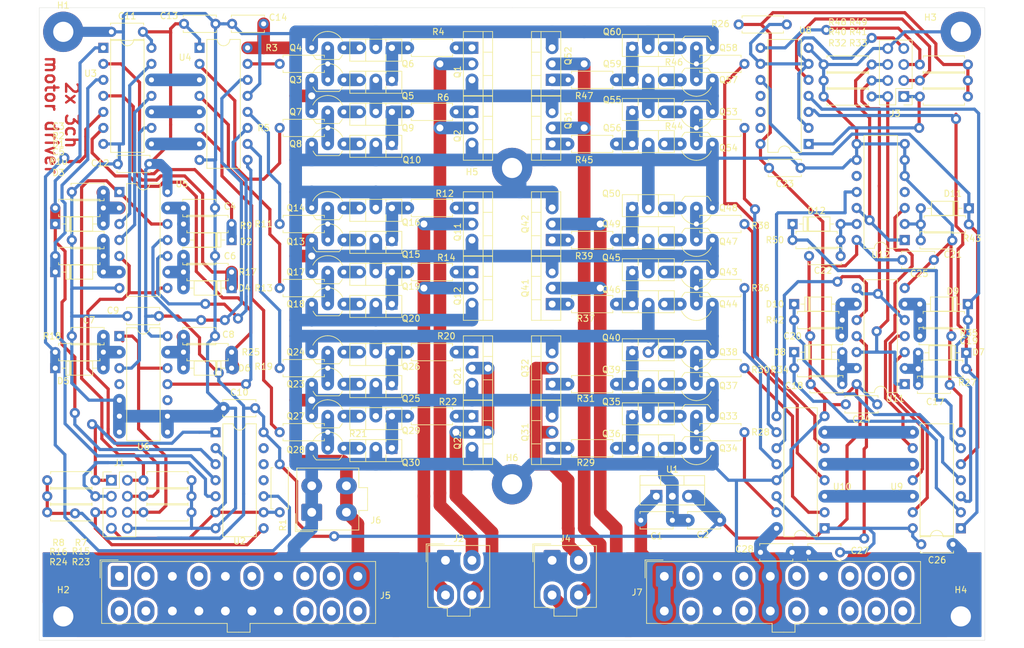
<source format=kicad_pcb>
(kicad_pcb (version 20211014) (generator pcbnew)
  (layers (0 "F.Cu" signal) (31 "B.Cu" signal) (34 "B.Paste" user) (35 "F.Paste" user) (36 "B.SilkS" user "B.Silkscreen") (37 "F.SilkS" user "F.Silkscreen") (38 "B.Mask" user) (39 "F.Mask" user) (44 "Edge.Cuts" user))
  (net 0 "")
  (net 1 "+12V")
  (net 2 "GND")
  (net 3 "Net-(Q3-Pad2)")
  (net 4 "Net-(Q4-Pad3)")
  (net 5 "Net-(Q10-Pad3)")
  (net 6 "+5V")
  (net 7 "/side0/channel0/dt0.1/drc/DRC")
  (net 8 "/side0/channel0/dt0.0/drc/DRC")
  (net 9 "/side0/channel1/dt1.1/drc/DRC")
  (net 10 "/side0/channel1/dt1.0/drc/DRC")
  (net 11 "/side0/channel2/dt2.1/drc/DRC")
  (net 12 "/side0/channel2/dt2.0/drc/DRC")
  (net 13 "/side1/channel0/dt0.1/drc/DRC")
  (net 14 "/side1/channel0/dt0.0/drc/DRC")
  (net 15 "/side1/channel1/dt1.1/drc/DRC")
  (net 16 "/side1/channel1/dt1.0/drc/DRC")
  (net 17 "/side1/channel2/dt2.1/drc/DRC")
  (net 18 "/side1/channel2/dt2.0/drc/DRC")
  (net 19 "/side0/PWM")
  (net 20 "/side0/EN[2]")
  (net 21 "/side0/IN[2]")
  (net 22 "/side0/EN[1]")
  (net 23 "/side0/IN[1]")
  (net 24 "/side0/EN[0]")
  (net 25 "/side0/IN[0]")
  (net 26 "/side0/OUT[2]")
  (net 27 "/side0/OUT[1]")
  (net 28 "/side0/OUT[0]")
  (net 29 "/side1/PWM")
  (net 30 "/side1/EN[2]")
  (net 31 "/side1/IN[2]")
  (net 32 "/side1/EN[1]")
  (net 33 "/side1/IN[1]")
  (net 34 "/side1/EN[0]")
  (net 35 "/side1/IN[0]")
  (net 36 "/side1/OUT[2]")
  (net 37 "/side1/OUT[1]")
  (net 38 "/side1/OUT[0]")
  (net 39 "/side0/channel0/mosfets_with_driver/G_U")
  (net 40 "/side0/channel0/mosfets_with_driver/G_L")
  (net 41 "Net-(Q3-Pad3)")
  (net 42 "Net-(Q5-Pad1)")
  (net 43 "Net-(Q7-Pad3)")
  (net 44 "Net-(Q7-Pad2)")
  (net 45 "Net-(Q10-Pad1)")
  (net 46 "/side0/channel1/mosfets_with_driver/G_U")
  (net 47 "/side0/channel1/mosfets_with_driver/G_L")
  (net 48 "Net-(Q13-Pad3)")
  (net 49 "Net-(Q13-Pad2)")
  (net 50 "Net-(Q14-Pad3)")
  (net 51 "Net-(Q15-Pad1)")
  (net 52 "Net-(Q17-Pad3)")
  (net 53 "Net-(Q17-Pad2)")
  (net 54 "Net-(Q18-Pad3)")
  (net 55 "Net-(Q19-Pad1)")
  (net 56 "/side0/channel2/mosfets_with_driver/G_U")
  (net 57 "/side0/channel2/mosfets_with_driver/G_L")
  (net 58 "Net-(Q23-Pad3)")
  (net 59 "Net-(Q23-Pad2)")
  (net 60 "Net-(Q24-Pad3)")
  (net 61 "Net-(Q25-Pad1)")
  (net 62 "Net-(Q27-Pad3)")
  (net 63 "Net-(Q27-Pad2)")
  (net 64 "Net-(Q28-Pad3)")
  (net 65 "Net-(Q29-Pad1)")
  (net 66 "/side1/channel0/mosfets_with_driver/G_U")
  (net 67 "/side1/channel0/mosfets_with_driver/G_L")
  (net 68 "Net-(Q33-Pad3)")
  (net 69 "Net-(Q33-Pad2)")
  (net 70 "Net-(Q34-Pad3)")
  (net 71 "Net-(Q35-Pad1)")
  (net 72 "Net-(Q37-Pad3)")
  (net 73 "Net-(Q37-Pad2)")
  (net 74 "Net-(Q38-Pad3)")
  (net 75 "Net-(Q39-Pad1)")
  (net 76 "/side1/channel1/mosfets_with_driver/G_U")
  (net 77 "/side1/channel1/mosfets_with_driver/G_L")
  (net 78 "Net-(Q43-Pad3)")
  (net 79 "Net-(Q43-Pad2)")
  (net 80 "Net-(Q44-Pad3)")
  (net 81 "Net-(Q45-Pad1)")
  (net 82 "Net-(Q47-Pad3)")
  (net 83 "Net-(Q47-Pad2)")
  (net 84 "Net-(Q48-Pad3)")
  (net 85 "Net-(Q49-Pad1)")
  (net 86 "/side1/channel2/mosfets_with_driver/G_U")
  (net 87 "/side1/channel2/mosfets_with_driver/G_L")
  (net 88 "Net-(Q53-Pad3)")
  (net 89 "Net-(Q53-Pad2)")
  (net 90 "Net-(Q54-Pad3)")
  (net 91 "Net-(Q55-Pad1)")
  (net 92 "Net-(Q57-Pad3)")
  (net 93 "Net-(Q57-Pad2)")
  (net 94 "Net-(Q58-Pad3)")
  (net 95 "Net-(Q59-Pad1)")
  (net 96 "/side0/channel0/D_U")
  (net 97 "/side0/channel0/D_L")
  (net 98 "/side0/channel1/D_U")
  (net 99 "/side0/channel1/D_L")
  (net 100 "/side0/channel2/D_U")
  (net 101 "/side0/channel2/D_L")
  (net 102 "/side1/channel0/D_U")
  (net 103 "/side1/channel0/D_L")
  (net 104 "/side1/channel1/D_U")
  (net 105 "/side1/channel1/D_L")
  (net 106 "/side1/channel2/D_U")
  (net 107 "/side1/channel2/D_L")
  (net 108 "/side0/channel0/N_SIG")
  (net 109 "/side0/channel0/DT_L")
  (net 110 "/side0/channel0/N_DT_L")
  (net 111 "/side0/channel0/SIG")
  (net 112 "/side0/channel0/DT_U")
  (net 113 "/side0/channel1/N_SIG")
  (net 114 "/side0/channel1/DT_L")
  (net 115 "/side0/channel1/SIG")
  (net 116 "/side0/channel1/N_DT_L")
  (net 117 "/side0/channel1/DT_U")
  (net 118 "/side0/channel2/DT_L")
  (net 119 "/side0/channel2/DT_U")
  (net 120 "/side0/channel2/N_SIG")
  (net 121 "/side0/channel2/SIG")
  (net 122 "/side0/channel2/N_DT_L")
  (net 123 "/side1/channel0/N_SIG")
  (net 124 "/side1/channel0/N_DT_L")
  (net 125 "/side1/channel0/DT_L")
  (net 126 "/side1/channel0/SIG")
  (net 127 "/side1/channel1/DT_L")
  (net 128 "/side1/channel1/DT_U")
  (net 129 "/side1/channel0/DT_U")
  (net 130 "/side1/channel1/N_SIG")
  (net 131 "/side1/channel1/N_DT_L")
  (net 132 "/side1/channel1/SIG")
  (net 133 "/side1/channel2/N_SIG")
  (net 134 "/side1/channel2/N_DT_L")
  (net 135 "/side1/channel2/DT_L")
  (net 136 "/side1/channel2/SIG")
  (net 137 "/side1/channel2/DT_U")
  (net 138 "Net-(J5-Pad20)")
  (net 139 "Net-(J5-Pad19)")
  (net 140 "Net-(J5-Pad18)")
  (net 141 "Net-(J5-Pad12)")
  (net 142 "Net-(J5-Pad11)")
  (net 143 "Net-(J5-Pad9)")
  (net 144 "Net-(J5-Pad8)")
  (net 145 "Net-(J5-Pad6)")
  (net 146 "Net-(J5-Pad4)")
  (net 147 "Net-(J5-Pad2)")
  (net 148 "Net-(J5-Pad1)")
  (net 149 "Net-(J7-Pad20)")
  (net 150 "Net-(J7-Pad19)")
  (net 151 "Net-(J7-Pad18)")
  (net 152 "Net-(J7-Pad16)")
  (net 153 "Net-(J7-Pad14)")
  (net 154 "Net-(J7-Pad12)")
  (net 155 "Net-(J7-Pad10)")
  (net 156 "Net-(J7-Pad9)")
  (net 157 "Net-(J7-Pad8)")
  (net 158 "Net-(J7-Pad6)")
  (net 159 "Net-(J7-Pad4)")
  (net 160 "Net-(J7-Pad2)")
  (net 161 "Net-(U6-Pad10)")
  (net 162 "Net-(U12-Pad10)")
  (net 163 "Net-(U6-Pad4)")
  (net 164 "Net-(U12-Pad4)")
  (footprint "Package_TO_SOT_THT:TO-92_Inline_Wide" (layer "F.Cu") (at 96.52 63.5)
    (fp_text reference "Q3")
    (fp_text value "BC547")
  )
  (footprint "Package_TO_SOT_THT:TO-92_Inline_Wide" (layer "F.Cu") (at 96.52 58.42)
    (fp_text reference "Q4")
    (fp_text value "BC557")
  )
  (footprint "Package_TO_SOT_THT:TO-126-3_Vertical" (layer "F.Cu") (at 109.22 63.5 180)
    (fp_text reference "Q5")
    (fp_text value "BD139")
  )
  (footprint "Package_TO_SOT_THT:TO-126-3_Vertical" (layer "F.Cu") (at 109.22 58.42 180)
    (fp_text reference "Q6")
    (fp_text value "BD140")
  )
  (footprint "Resistor_THT:R_Axial_DIN0207_L6.3mm_D2.5mm_P7.62mm_Horizontal" (layer "F.Cu") (at 119.38 68.58 180)
    (fp_text reference "R6")
    (fp_text value "10 0W6")
  )
  (footprint "Capacitor_THT:C_Disc_D5.0mm_W2.5mm_P5.00mm" (layer "F.Cu") (at 192.6336 111.8616)
    (fp_text reference "C17")
    (fp_text value "47p")
  )
  (footprint "Capacitor_THT:C_Disc_D5.0mm_W2.5mm_P5.00mm" (layer "F.Cu") (at 180.594 111.76 180)
    (fp_text reference "C18")
    (fp_text value "47p")
  )
  (footprint "Capacitor_THT:C_Disc_D5.0mm_W2.5mm_P5.00mm" (layer "F.Cu") (at 180.514 104.14 180)
    (fp_text reference "C20")
    (fp_text value "47p")
  )
  (footprint "Capacitor_THT:C_Disc_D5.0mm_W2.5mm_P5.00mm" (layer "F.Cu") (at 180.34 91.44 180)
    (fp_text reference "C22")
    (fp_text value "47p")
  )
  (footprint "Capacitor_THT:C_Disc_D5.0mm_W2.5mm_P5.00mm" (layer "F.Cu") (at 173.99 77.47 180)
    (fp_text reference "C23")
    (fp_text value "0u1")
  )
  (footprint "Capacitor_THT:C_Disc_D5.0mm_W2.5mm_P5.00mm" (layer "F.Cu") (at 181.1528 114.9604)
    (fp_text reference "C24")
    (fp_text value "0u1")
  )
  (footprint "Capacitor_THT:C_Disc_D5.0mm_W2.5mm_P5.00mm" (layer "F.Cu") (at 198.12 137.16 180)
    (fp_text reference "C26")
    (fp_text value "0u1")
  )
  (footprint "Capacitor_THT:C_Disc_D5.0mm_W2.5mm_P5.00mm" (layer "F.Cu") (at 175.26 138.43)
    (fp_text reference "C27")
    (fp_text value "0u1")
  )
  (footprint "Capacitor_THT:C_Disc_D5.0mm_W2.5mm_P5.00mm" (layer "F.Cu") (at 167.64 138.43)
    (fp_text reference "C28")
    (fp_text value "0u1")
  )
  (footprint "Diode_THT:D_DO-35_SOD27_P7.62mm_Horizontal" (layer "F.Cu") (at 55.88 86.36)
    (fp_text reference "D1")
    (fp_text value "1N4148")
  )
  (footprint "Diode_THT:D_DO-35_SOD27_P7.62mm_Horizontal" (layer "F.Cu") (at 83.82 88.9 180)
    (fp_text reference "D2")
    (fp_text value "1N4148")
  )
  (footprint "Diode_THT:D_DO-35_SOD27_P7.62mm_Horizontal" (layer "F.Cu") (at 55.88 109.22)
    (fp_text reference "D5")
    (fp_text value "1N4148")
  )
  (footprint "Diode_THT:D_DO-35_SOD27_P7.62mm_Horizontal" (layer "F.Cu") (at 83.82 109.22 180)
    (fp_text reference "D6")
    (fp_text value "1N4148")
  )
  (footprint "Diode_THT:D_DO-35_SOD27_P7.62mm_Horizontal" (layer "F.Cu") (at 200.2536 106.7816 180)
    (fp_text reference "D7")
    (fp_text value "1N4148")
  )
  (footprint "Diode_THT:D_DO-35_SOD27_P7.62mm_Horizontal" (layer "F.Cu") (at 172.974 106.68)
    (fp_text reference "D8")
    (fp_text value "1N4148")
  )
  (footprint "Diode_THT:D_DO-35_SOD27_P7.62mm_Horizontal" (layer "F.Cu") (at 172.974 99.06)
    (fp_text reference "D10")
    (fp_text value "1N4148")
  )
  (footprint "Diode_THT:D_DO-35_SOD27_P7.62mm_Horizontal" (layer "F.Cu") (at 172.72 86.36)
    (fp_text reference "D12")
    (fp_text value "1N4148")
  )
  (footprint "Connector_PinHeader_2.54mm:PinHeader_2x04_P2.54mm_Vertical" (layer "F.Cu") (at 64.77 127)
    (fp_text reference "J1")
    (fp_text value "2x8 2.54mm male")
  )
  (footprint "Connector_Molex:Molex_Mini-Fit_Jr_5566-04A_2x02_P4.20mm_Vertical" (layer "F.Cu") (at 134.62 139.7)
    (fp_text reference "J4")
    (fp_text value "2x2 4.2mm Molex ATX male header vertical")
  )
  (footprint "Package_TO_SOT_THT:TO-92_Inline_Wide" (layer "F.Cu") (at 96.52 68.58)
    (fp_text reference "Q7")
    (fp_text value "BC547")
  )
  (footprint "Package_TO_SOT_THT:TO-92_Inline_Wide" (layer "F.Cu") (at 96.52 73.66)
    (fp_text reference "Q8")
    (fp_text value "BC557")
  )
  (footprint "Package_TO_SOT_THT:TO-126-3_Vertical" (layer "F.Cu") (at 109.22 68.58 180)
    (fp_text reference "Q9")
    (fp_text value "BD139")
  )
  (footprint "Package_TO_SOT_THT:TO-92_Inline_Wide" (layer "F.Cu") (at 96.52 88.9)
    (fp_text reference "Q13")
    (fp_text value "BC547")
  )
  (footprint "Package_TO_SOT_THT:TO-92_Inline_Wide" (layer "F.Cu") (at 96.52 83.82)
    (fp_text reference "Q14")
    (fp_text value "BC557")
  )
  (footprint "Package_TO_SOT_THT:TO-126-3_Vertical" (layer "F.Cu") (at 109.22 88.9 180)
    (fp_text reference "Q15")
    (fp_text value "BD139")
  )
  (footprint "Package_TO_SOT_THT:TO-126-3_Vertical" (layer "F.Cu") (at 109.22 83.82 180)
    (fp_text reference "Q16")
    (fp_text value "BD140")
  )
  (footprint "Package_TO_SOT_THT:TO-92_Inline_Wide" (layer "F.Cu") (at 96.52 93.98)
    (fp_text reference "Q17")
    (fp_text value "BC547")
  )
  (footprint "Package_TO_SOT_THT:TO-92_Inline_Wide" (layer "F.Cu") (at 96.52 99.06)
    (fp_text reference "Q18")
    (fp_text value "BC557")
  )
  (footprint "Package_TO_SOT_THT:TO-126-3_Vertical" (layer "F.Cu") (at 109.22 93.98 180)
    (fp_text reference "Q19")
    (fp_text value "BD139")
  )
  (footprint "Package_TO_SOT_THT:TO-126-3_Vertical" (layer "F.Cu") (at 109.22 99.06 180)
    (fp_text reference "Q20")
    (fp_text value "BD140")
  )
  (footprint "Package_TO_SOT_THT:TO-92_Inline_Wide" (layer "F.Cu") (at 96.52 111.76)
    (fp_text reference "Q23")
    (fp_text value "BC547")
  )
  (footprint "Package_TO_SOT_THT:TO-126-3_Vertical" (layer "F.Cu") (at 109.22 111.76 180)
    (fp_text reference "Q25")
    (fp_text value "BD139")
  )
  (footprint "Package_TO_SOT_THT:TO-126-3_Vertical" (layer "F.Cu") (at 109.22 106.68 180)
    (fp_text reference "Q26")
    (fp_text value "BD140")
  )
  (footprint "Package_TO_SOT_THT:TO-126-3_Vertical" (layer "F.Cu") (at 109.22 121.92 180)
    (fp_text reference "Q30")
    (fp_text value "BD140")
  )
  (footprint "Package_TO_SOT_THT:TO-92_Inline_Wide" (layer "F.Cu") (at 160.02 116.84 180)
    (fp_text reference "Q33")
    (fp_text value "BC547")
  )
  (footprint "Package_TO_SOT_THT:TO-92_Inline_Wide" (layer "F.Cu") (at 160.02 121.92 180)
    (fp_text reference "Q34")
    (fp_text value "BC557")
  )
  (footprint "Package_TO_SOT_THT:TO-126-3_Vertical" (layer "F.Cu") (at 147.32 116.84)
    (fp_text reference "Q35")
    (fp_text value "BD139")
  )
  (footprint "Package_TO_SOT_THT:TO-92_Inline_Wide" (layer "F.Cu") (at 160.02 106.68 180)
    (fp_text reference "Q38")
    (fp_text value "BC557")
  )
  (footprint "Package_TO_SOT_THT:TO-126-3_Vertical" (layer "F.Cu") (at 147.32 111.76)
    (fp_text reference "Q39")
    (fp_text value "BD139")
  )
  (footprint "Package_TO_SOT_THT:TO-126-3_Vertical" (layer "F.Cu") (at 147.32 106.68)
    (fp_text reference "Q40")
    (fp_text value "BD140")
  )
  (footprint "Package_TO_SOT_THT:TO-92_Inline_Wide" (layer "F.Cu") (at 160.02 93.98 180)
    (fp_text reference "Q43")
    (fp_text value "BC547")
  )
  (footprint "Package_TO_SOT_THT:TO-126-3_Vertical" (layer "F.Cu") (at 147.32 93.98)
    (fp_text reference "Q45")
    (fp_text value "BD139")
  )
  (footprint "Package_TO_SOT_THT:TO-126-3_Vertical" (layer "F.Cu") (at 147.32 99.06)
    (fp_text reference "Q46")
    (fp_text value "BD140")
  )
  (footprint "Package_TO_SOT_THT:TO-92_Inline_Wide" (layer "F.Cu") (at 160.02 88.9 180)
    (fp_text reference "Q47")
    (fp_text value "BC547")
  )
  (footprint "Package_TO_SOT_THT:TO-92_Inline_Wide" (layer "F.Cu") (at 160.02 83.82 180)
    (fp_text reference "Q48")
    (fp_text value "BC557")
  )
  (footprint "Package_TO_SOT_THT:TO-126-3_Vertical" (layer "F.Cu") (at 147.32 88.9)
    (fp_text reference "Q49")
    (fp_text value "BD139")
  )
  (footprint "Package_TO_SOT_THT:TO-126-3_Vertical" (layer "F.Cu") (at 147.32 83.82)
    (fp_text reference "Q50")
    (fp_text value "BD140")
  )
  (footprint "Package_TO_SOT_THT:TO-92_Inline_Wide" (layer "F.Cu") (at 160.02 68.58 180)
    (fp_text reference "Q53")
    (fp_text value "BC547")
  )
  (footprint "Package_TO_SOT_THT:TO-92_Inline_Wide" (layer "F.Cu") (at 160.02 73.66 180)
    (fp_text reference "Q54")
    (fp_text value "BC557")
  )
  (footprint "Package_TO_SOT_THT:TO-126-3_Vertical" (layer "F.Cu") (at 147.32 68.58)
    (fp_text reference "Q55")
    (fp_text value "BD139")
  )
  (footprint "Package_TO_SOT_THT:TO-126-3_Vertical" (layer "F.Cu") (at 147.32 73.66)
    (fp_text reference "Q56")
    (fp_text value "BD140")
  )
  (footprint "Package_TO_SOT_THT:TO-92_Inline_Wide" (layer "F.Cu") (at 160.02 58.42 180)
    (fp_text reference "Q58")
    (fp_text value "BC557")
  )
  (footprint "Package_TO_SOT_THT:TO-126-3_Vertical" (layer "F.Cu") (at 147.32 63.5)
    (fp_text reference "Q59")
    (fp_text value "BD139")
  )
  (footprint "Package_TO_SOT_THT:TO-126-3_Vertical" (layer "F.Cu") (at 147.32 58.42)
    (fp_text reference "Q60")
    (fp_text value "BD140")
  )
  (footprint "Resistor_THT:R_Axial_DIN0207_L6.3mm_D2.5mm_P7.62mm_Horizontal" (layer "F.Cu") (at 63.5 83.82 180)
    (fp_text reference "R2")
    (fp_text value "22k")
  )
  (footprint "Resistor_THT:R_Axial_DIN0207_L6.3mm_D2.5mm_P7.62mm_Horizontal" (layer "F.Cu") (at 54.61 127)
    (fp_text reference "R8")
    (fp_text value "1M")
  )
  (footprint "Resistor_THT:R_Axial_DIN0207_L6.3mm_D2.5mm_P7.62mm_Horizontal" (layer "F.Cu") (at 76.2 86.36)
    (fp_text reference "R9")
    (fp_text value "22k")
  )
  (footprint "Resistor_THT:R_Axial_DIN0207_L6.3mm_D2.5mm_P7.62mm_Horizontal" (layer "F.Cu") (at 119.38 93.98 180)
    (fp_text reference "R14")
    (fp_text value "10 0W6")
  )
  (footprint "Resistor_THT:R_Axial_DIN0207_L6.3mm_D2.5mm_P7.62mm_Horizontal" (layer "F.Cu") (at 77.47 129.54 180)
    (fp_text reference "R15")
    (fp_text value "1M")
  )
  (footprint "Resistor_THT:R_Axial_DIN0207_L6.3mm_D2.5mm_P7.62mm_Horizontal" (layer "F.Cu") (at 54.61 129.54)
    (fp_text reference "R16")
    (fp_text value "1M")
  )
  (footprint "Resistor_THT:R_Axial_DIN0207_L6.3mm_D2.5mm_P7.62mm_Horizontal" (layer "F.Cu") (at 63.5 106.68 180)
    (fp_text reference "R18")
    (fp_text value "22k")
  )
  (footprint "Resistor_THT:R_Axial_DIN0207_L6.3mm_D2.5mm_P7.62mm_Horizontal" (layer "F.Cu") (at 119.38 106.68 180)
    (fp_text reference "R20")
    (fp_text value "10 0W6")
  )
  (footprint "Resistor_THT:R_Axial_DIN0207_L6.3mm_D2.5mm_P7.62mm_Horizontal" (layer "F.Cu") (at 119.38 116.84 180)
    (fp_text reference "R22")
    (fp_text value "10 0W6")
  )
  (footprint "Resistor_THT:R_Axial_DIN0207_L6.3mm_D2.5mm_P7.62mm_Horizontal" (layer "F.Cu") (at 77.47 132.08 180)
    (fp_text reference "R23")
    (fp_text value "1M")
  )
  (footprint "Resistor_THT:R_Axial_DIN0207_L6.3mm_D2.5mm_P7.62mm_Horizontal" (layer "F.Cu") (at 54.61 132.08)
    (fp_text reference "R24")
    (fp_text value "1M")
  )
  (footprint "Resistor_THT:R_Axial_DIN0207_L6.3mm_D2.5mm_P7.62mm_Horizontal" (layer "F.Cu") (at 76.2 106.68)
    (fp_text reference "R25")
    (fp_text value "22k")
  )
  (footprint "Resistor_THT:R_Axial_DIN0207_L6.3mm_D2.5mm_P7.62mm_Horizontal" (layer "F.Cu") (at 164.1856 54.7116)
    (fp_text reference "R26")
    (fp_text value "1M")
  )
  (footprint "Resistor_THT:R_Axial_DIN0207_L6.3mm_D2.5mm_P7.62mm_Horizontal" (layer "F.Cu") (at 192.6336 109.3216)
    (fp_text reference "R27")
    (fp_text value "22k")
  )
  (footprint "Resistor_THT:R_Axial_DIN0207_L6.3mm_D2.5mm_P7.62mm_Horizontal" (layer "F.Cu") (at 137.16 111.76)
    (fp_text reference "R31")
    (fp_text value "10 0W6")
  )
  (footprint "Resistor_THT:R_Axial_DIN0207_L6.3mm_D2.5mm_P7.62mm_Horizontal" (layer "F.Cu") (at 180.594 109.22 180)
    (fp_text reference "R34")
    (fp_text value "22k")
  )
  (footprint "Resistor_THT:R_Axial_DIN0207_L6.3mm_D2.5mm_P7.62mm_Horizontal" (layer "F.Cu") (at 192.8876 101.6)
    (fp_text reference "R35")
    (fp_text value "22k")
  )
  (footprint "Resistor_THT:R_Axial_DIN0207_L6.3mm_D2.5mm_P7.62mm_Horizontal" (layer "F.Cu") (at 137.16 88.9)
    (fp_text reference "R39")
    (fp_text value "10 0W6")
  )
  (footprint "Resistor_THT:R_Axial_DIN0207_L6.3mm_D2.5mm_P7.62mm_Horizontal" (layer "F.Cu") (at 180.594 101.6 180)
    (fp_text reference "R42")
    (fp_text value "22k")
  )
  (footprint "Resistor_THT:R_Axial_DIN0207_L6.3mm_D2.5mm_P7.62mm_Horizontal" (layer "F.Cu") (at 137.16 73.66)
    (fp_text reference "R45")
    (fp_text value "10 0W6")
  )
  (footprint "Resistor_THT:R_Axial_DIN0207_L6.3mm_D2.5mm_P7.62mm_Horizontal" (layer "F.Cu") (at 137.16 63.5)
    (fp_text reference "R47")
    (fp_text value "10 0W6")
  )
  (footprint "Resistor_THT:R_Axial_DIN0207_L6.3mm_D2.5mm_P7.62mm_Horizontal" (layer "F.Cu") (at 180.34 88.9 180)
    (fp_text reference "R50")
    (fp_text value "22k")
  )
  (footprint "Package_DIP:DIP-14_W7.62mm" (layer "F.Cu") (at 175.26 73.66 180)
    (fp_text reference "U8")
    (fp_text value "4070")
  )
  (footprint "Package_DIP:DIP-14_W7.62mm" (layer "F.Cu") (at 199.39 134.62 180)
    (fp_text reference "U9")
    (fp_text value "4069")
  )
  (footprint "Package_DIP:DIP-14_W7.62mm" (layer "F.Cu") (at 190.5 111.76 180)
    (fp_text reference "U11")
    (fp_text value "4093")
  )
  (footprint "Package_DIP:DIP-14_W7.62mm" (layer "F.Cu") (at 190.5 88.9 180)
    (fp_text reference "U12")
    (fp_text value "4093")
  )
  (footprint "Capacitor_THT:C_Disc_D5.0mm_W2.5mm_P5.00mm" (layer "F.Cu") (at 153.67 133.35 180)
    (fp_text reference "C1")
    (fp_text value "0u1")
  )
  (footprint "Capacitor_THT:C_Disc_D5.0mm_W2.5mm_P5.00mm" (layer "F.Cu") (at 156.21 133.35)
    (fp_text reference "C2")
    (fp_text value "0u1")
  )
  (footprint "Connector_Molex:Molex_Mini-Fit_Jr_5566-20A_2x10_P4.20mm_Vertical" (layer "F.Cu") (at 66.04 142.24)
    (fp_text reference "J5")
    (fp_text value "2x10 4.2mm Molex ATX male header vertical")
  )
  (footprint "Connector_Molex:Molex_Mini-Fit_Jr_5566-04A_2x02_P4.20mm_Vertical" (layer "F.Cu") (at 96.52 132.08 90)
    (fp_text reference "J6")
    (fp_text value "2x2 4.2mm Molex ATX male header vertical")
  )
  (footprint "Package_TO_SOT_THT:TO-220-3_Vertical" (layer "F.Cu") (at 121.92 58.42 -90)
    (fp_text reference "Q1")
    (fp_text value "IRF9Z34N")
  )
  (footprint "Package_TO_SOT_THT:TO-220-3_Vertical" (layer "F.Cu") (at 121.92 68.58 -90)
    (fp_text reference "Q2")
    (fp_text value "IRFZ44N")
  )
  (footprint "Package_TO_SOT_THT:TO-220-3_Vertical" (layer "F.Cu") (at 121.92 83.82 -90)
    (fp_text reference "Q11")
    (fp_text value "IRF9Z34N")
  )
  (footprint "Package_TO_SOT_THT:TO-220-3_Vertical" (layer "F.Cu") (at 121.92 93.98 -90)
    (fp_text reference "Q12")
    (fp_text value "IRFZ44N")
  )
  (footprint "Package_TO_SOT_THT:TO-220-3_Vertical" (layer "F.Cu") (at 121.92 106.68 -90)
    (fp_text reference "Q21")
    (fp_text value "IRF9Z34N")
  )
  (footprint "Package_TO_SOT_THT:TO-220-3_Vertical" (layer "F.Cu") (at 121.92 116.84 -90)
    (fp_text reference "Q22")
    (fp_text value "IRFZ44N")
  )
  (footprint "Package_TO_SOT_THT:TO-220-3_Vertical" (layer "F.Cu") (at 134.62 121.92 90)
    (fp_text reference "Q31")
    (fp_text value "IRF9Z34N")
  )
  (footprint "Package_TO_SOT_THT:TO-220-3_Vertical" (layer "F.Cu") (at 134.62 111.76 90)
    (fp_text reference "Q32")
    (fp_text value "IRFZ44N")
  )
  (footprint "Package_TO_SOT_THT:TO-220-3_Vertical" (layer "F.Cu") (at 134.62 99.06 90)
    (fp_text reference "Q41")
    (fp_text value "IRF9Z34N")
  )
  (footprint "Package_TO_SOT_THT:TO-220-3_Vertical" (layer "F.Cu") (at 134.62 88.9 90)
    (fp_text reference "Q42")
    (fp_text value "IRFZ44N")
  )
  (footprint "Package_TO_SOT_THT:TO-220-3_Vertical" (layer "F.Cu") (at 134.62 73.66 90)
    (fp_text reference "Q51")
    (fp_text value "IRF9Z34N")
  )
  (footprint "Package_TO_SOT_THT:TO-220-3_Vertical" (layer "F.Cu") (at 134.62 63.5 90)
    (fp_text reference "Q52")
    (fp_text value "IRFZ44N")
  )
  (footprint "Resistor_THT:R_Axial_DIN0207_L6.3mm_D2.5mm_P7.62mm_Horizontal" (layer "F.Cu") (at 119.38 58.42 180)
    (fp_text reference "R4")
    (fp_text value "10 0W6")
  )
  (footprint "Connector_Molex:Molex_Mini-Fit_Jr_5566-04A_2x02_P4.20mm_Vertical" (layer "F.Cu") (at 117.72 139.7)
    (fp_text reference "J2")
    (fp_text value "2x2 4.2mm Molex ATX male header vertical")
  )
  (footprint "Resistor_THT:R_Axial_DIN0207_L6.3mm_D2.5mm_P7.62mm_Horizontal" (layer "F.Cu") (at 99.06 60.96 180)
    (fp_text reference "R3")
    (fp_text value "12k")
  )
  (footprint "Resistor_THT:R_Axial_DIN0207_L6.3mm_D2.5mm_P7.62mm_Horizontal" (layer "F.Cu") (at 99.06 71.12 180)
    (fp_text reference "R5")
    (fp_text value "12k")
  )
  (footprint "Resistor_THT:R_Axial_DIN0207_L6.3mm_D2.5mm_P7.62mm_Horizontal" (layer "F.Cu") (at 99.06 86.36 180)
    (fp_text reference "R11")
    (fp_text value "12k")
  )
  (footprint "Resistor_THT:R_Axial_DIN0207_L6.3mm_D2.5mm_P7.62mm_Horizontal" (layer "F.Cu") (at 99.06 96.52 180)
    (fp_text reference "R13")
    (fp_text value "12k")
  )
  (footprint "Resistor_THT:R_Axial_DIN0207_L6.3mm_D2.5mm_P7.62mm_Horizontal" (layer "F.Cu") (at 99.06 109.22 180)
    (fp_text reference "R19")
    (fp_text value "12k")
  )
  (footprint "Resistor_THT:R_Axial_DIN0207_L6.3mm_D2.5mm_P7.62mm_Horizontal" (layer "F.Cu") (at 99.06 119.38 180)
    (fp_text reference "R21")
    (fp_text value "12k")
  )
  (footprint "Resistor_THT:R_Axial_DIN0207_L6.3mm_D2.5mm_P7.62mm_Horizontal" (layer "F.Cu") (at 157.48 119.38)
    (fp_text reference "R28")
    (fp_text value "12k")
  )
  (footprint "Resistor_THT:R_Axial_DIN0207_L6.3mm_D2.5mm_P7.62mm_Horizontal" (layer "F.Cu") (at 157.48 109.22)
    (fp_text reference "R30")
    (fp_text value "12k")
  )
  (footprint "Resistor_THT:R_Axial_DIN0207_L6.3mm_D2.5mm_P7.62mm_Horizontal" (layer "F.Cu") (at 157.48 96.52)
    (fp_text reference "R36")
    (fp_text value "12k")
  )
  (footprint "Resistor_THT:R_Axial_DIN0207_L6.3mm_D2.5mm_P7.62mm_Horizontal" (layer "F.Cu") (at 157.48 86.36)
    (fp_text reference "R38")
    (fp_text value "12k")
  )
  (footprint "Resistor_THT:R_Axial_DIN0207_L6.3mm_D2.5mm_P7.62mm_Horizontal" (layer "F.Cu") (at 157.48 71.12)
    (fp_text reference "R44")
    (fp_text value "12k")
  )
  (footprint "Resistor_THT:R_Axial_DIN0207_L6.3mm_D2.5mm_P7.62mm_Horizontal" (layer "F.Cu") (at 157.48 60.96)
    (fp_text reference "R46")
    (fp_text value "12k")
  )
  (footprint "Package_TO_SOT_THT:TO-92_Inline_Wide" (layer "F.Cu") (at 96.52 116.84)
    (fp_text reference "Q27")
    (fp_text value "BC547")
  )
  (footprint "Package_TO_SOT_THT:TO-126-3_Vertical" (layer "F.Cu") (at 109.22 116.84 180)
    (fp_text reference "Q29")
    (fp_text value "BD139")
  )
  (footprint "Package_TO_SOT_THT:TO-92_Inline_Wide" (layer "F.Cu") (at 96.52 121.92)
    (fp_text reference "Q28")
    (fp_text value "BC557")
  )
  (footprint "Package_TO_SOT_THT:TO-220-3_Vertical" (layer "F.Cu") (at 151.13 129.54)
    (fp_text reference "U1")
    (fp_text value "L7805")
  )
  (footprint "MountingHole:MountingHole_3.2mm_M3_Pad" (layer "F.Cu") (at 128.27 77.47)
    (fp_text reference "H5")
    (fp_text value "Heatsink mounting hole")
  )
  (footprint "MountingHole:MountingHole_3.2mm_M3_Pad" (layer "F.Cu") (at 128.27 127.635)
    (fp_text reference "H6")
    (fp_text value "Heatsink mounting hole")
  )
  (footprint "Package_TO_SOT_THT:TO-92_Inline_Wide" (layer "F.Cu") (at 96.52 106.68)
    (fp_text reference "Q24")
    (fp_text value "BC557")
  )
  (footprint "Resistor_THT:R_Axial_DIN0207_L6.3mm_D2.5mm_P7.62mm_Horizontal" (layer "F.Cu") (at 77.47 127 180)
    (fp_text reference "R7")
    (fp_text value "1M")
  )
  (footprint "Resistor_THT:R_Axial_DIN0207_L6.3mm_D2.5mm_P7.62mm_Horizontal" (layer "F.Cu") (at 137.16 121.92)
    (fp_text reference "R29")
    (fp_text value "10 0W6")
  )
  (footprint "Package_TO_SOT_THT:TO-126-3_Vertical" (layer "F.Cu") (at 147.32 121.92)
    (fp_text reference "Q36")
    (fp_text value "BD140")
  )
  (footprint "Package_DIP:DIP-14_W7.62mm" (layer "F.Cu") (at 66.04 104.14)
    (fp_text reference "U6")
    (fp_text value "4093")
  )
  (footprint "Resistor_THT:R_Axial_DIN0207_L6.3mm_D2.5mm_P7.62mm_Horizontal" (layer "F.Cu") (at 63.5 91.44 180)
    (fp_text reference "R10")
    (fp_text value "22k")
  )
  (footprint "Capacitor_THT:C_Disc_D5.0mm_W2.5mm_P5.00mm" (layer "F.Cu") (at 76.2 83.82)
    (fp_text reference "C4")
    (fp_text value "47p")
  )
  (footprint "Capacitor_THT:C_Disc_D5.0mm_W2.5mm_P5.00mm" (layer "F.Cu") (at 76.2 91.44)
    (fp_text reference "C6")
    (fp_text value "47p")
  )
  (footprint "Capacitor_THT:C_Disc_D5.0mm_W2.5mm_P5.00mm" (layer "F.Cu") (at 82.55 115.57)
    (fp_text reference "C10")
    (fp_text value "0u1")
  )
  (footprint "Capacitor_THT:C_Disc_D5.0mm_W2.5mm_P5.00mm" (layer "F.Cu") (at 63.5 81.28 180)
    (fp_text reference "C3")
    (fp_text value "47p")
  )
  (footprint "Resistor_THT:R_Axial_DIN0207_L6.3mm_D2.5mm_P7.62mm_Horizontal" (layer "F.Cu") (at 76.2 93.98)
    (fp_text reference "R17")
    (fp_text value "22k")
  )
  (footprint "Capacitor_THT:C_Disc_D5.0mm_W2.5mm_P5.00mm" (layer "F.Cu") (at 63.5 104.14 180)
    (fp_text reference "C7")
    (fp_text value "47p")
  )
  (footprint "Package_DIP:DIP-14_W7.62mm" (layer "F.Cu") (at 66.04 81.28)
    (fp_text reference "U5")
    (fp_text value "4093")
  )
  (footprint "Diode_THT:D_DO-35_SOD27_P7.62mm_Horizontal" (layer "F.Cu") (at 55.88 93.98)
    (fp_text reference "D3")
    (fp_text value "1N4148")
  )
  (footprint "Diode_THT:D_DO-35_SOD27_P7.62mm_Horizontal" (layer "F.Cu") (at 83.82 96.52 180)
    (fp_text reference "D4")
    (fp_text value "1N4148")
  )
  (footprint "Package_DIP:DIP-14_W7.62mm" (layer "F.Cu") (at 81.28 119.38)
    (fp_text reference "U2")
    (fp_text value "4070")
  )
  (footprint "Capacitor_THT:C_Disc_D5.0mm_W2.5mm_P5.00mm" (layer "F.Cu") (at 63.5 88.9 180)
    (fp_text reference "C5")
    (fp_text value "47p")
  )
  (footprint "Capacitor_THT:C_Disc_D5.0mm_W2.5mm_P5.00mm" (layer "F.Cu") (at 76.2 104.14)
    (fp_text reference "C8")
    (fp_text value "47p")
  )
  (footprint "Connector_Molex:Molex_Mini-Fit_Jr_5566-20A_2x10_P4.20mm_Vertical" (layer "F.Cu") (at 152.4 142.24)
    (fp_text reference "J7")
    (fp_text value "2x10 4.2mm Molex ATX male header vertical")
  )
  (footprint "MountingHole:MountingHole_3.2mm_M3_Pad" (layer "F.Cu") (at 57.15 55.88)
    (fp_text reference "H1")
    (fp_text value "Board legs mounting hole")
  )
  (footprint "MountingHole:MountingHole_3.2mm_M3_Pad" (layer "F.Cu") (at 57.15 148.59)
    (fp_text reference "H2")
    (fp_text value "Board legs mounting hole")
  )
  (footprint "MountingHole:MountingHole_3.2mm_M3_Pad" (layer "F.Cu") (at 199.39 55.88)
    (fp_text reference "H3")
    (fp_text value "Board legs mounting hole")
  )
  (footprint "MountingHole:MountingHole_3.2mm_M3_Pad" (layer "F.Cu") (at 199.39 148.59)
    (fp_text reference "H4")
    (fp_text value "Board legs mounting hole")
  )
  (footprint "Capacitor_THT:C_Disc_D5.0mm_W2.5mm_P5.00mm" (layer "F.Cu") (at 65.786 76.835)
    (fp_text reference "C12")
    (fp_text value "0u1")
  )
  (footprint "Capacitor_THT:C_Disc_D5.0mm_W2.5mm_P5.00mm" (layer "F.Cu") (at 67.31 100.965)
    (fp_text reference "C9")
    (fp_text value "0u1")
  )
  (footprint "Resistor_THT:R_Axial_DIN0207_L6.3mm_D2.5mm_P7.62mm_Horizontal" (layer "F.Cu") (at 91.44 124.46 -90)
    (fp_text reference "R1")
    (fp_text value "1M")
  )
  (footprint "Capacitor_THT:C_Disc_D5.0mm_W2.5mm_P5.00mm" (layer "F.Cu") (at 81.28 54.61 180)
    (fp_text reference "C13")
    (fp_text value "0u1")
  )
  (footprint "Capacitor_THT:C_Disc_D5.0mm_W2.5mm_P5.00mm" (layer "F.Cu") (at 64.77 55.88)
    (fp_text reference "C11")
    (fp_text value "0u1")
  )
  (footprint "Capacitor_THT:C_Disc_D5.0mm_W2.5mm_P5.00mm" (layer "F.Cu") (at 88.9 54.61 180)
    (fp_text reference "C14")
    (fp_text value "0u1")
  )
  (footprint "Package_DIP:DIP-14_W7.62mm" (layer "F.Cu") (at 63.5 58.42)
    (fp_text reference "U3")
    (fp_text value "4069")
  )
  (footprint "Capacitor_THT:C_Disc_D5.0mm_W2.5mm_P5.00mm" (layer "F.Cu") (at 195.1228 92.0496 180)
    (fp_text reference "C25")
    (fp_text value "0u1")
  )
  (footprint "Resistor_THT:R_Axial_DIN0207_L6.3mm_D2.5mm_P7.62mm_Horizontal" (layer "F.Cu") (at 137.16 99.06)
    (fp_text reference "R37")
    (fp_text value "10 0W6")
  )
  (footprint "Package_DIP:DIP-16_W7.62mm" (layer "F.Cu") (at 78.74 58.42)
    (fp_text reference "U4")
    (fp_text value "4504")
  )
  (footprint "Package_DIP:DIP-16_W7.62mm" (layer "F.Cu") (at 177.8 134.62 180)
    (fp_text reference "U10")
    (fp_text value "4504")
  )
  (footprint "Package_TO_SOT_THT:TO-92_Inline_Wide" (layer "F.Cu") (at 160.02 99.06 180)
    (fp_text reference "Q44")
    (fp_text value "BC557")
  )
  (footprint "Package_TO_SOT_THT:TO-92_Inline_Wide" (layer "F.Cu") (at 160.02 111.76 180)
    (fp_text reference "Q37")
    (fp_text value "BC547")
  )
  (footprint "Capacitor_THT:C_Disc_D5.0mm_W2.5mm_P5.00mm" (layer "F.Cu") (at 192.8876 104.14)
    (fp_text reference "C19")
    (fp_text value "47p")
  )
  (footprint "Diode_THT:D_DO-35_SOD27_P7.62mm_Horizontal" (layer "F.Cu") (at 200.5076 99.06 180)
    (fp_text reference "D9")
    (fp_text value "1N4148")
  )
  (footprint "Capacitor_THT:C_Disc_D5.0mm_W2.5mm_P5.00mm" (layer "F.Cu") (at 193.04 88.9508)
    (fp_text reference "C21")
    (fp_text value "47p")
  )
  (footprint "Diode_THT:D_DO-35_SOD27_P7.62mm_Horizontal" (layer "F.Cu") (at 200.66 83.8708 180)
    (fp_text reference "D11")
    (fp_text value "1N4148")
  )
  (footprint "Resistor_THT:R_Axial_DIN0207_L6.3mm_D2.5mm_P7.62mm_Horizontal" (layer "F.Cu") (at 193.04 86.4108)
    (fp_text reference "R43")
    (fp_text value "22k")
  )
  (footprint "Resistor_THT:R_Axial_DIN0207_L6.3mm_D2.5mm_P7.62mm_Horizontal" (layer "F.Cu") (at 177.6476 63.6016)
    (fp_text reference "R40")
    (fp_text value "1M")
  )
  (footprint "Resistor_THT:R_Axial_DIN0207_L6.3mm_D2.5mm_P7.62mm_Horizontal" (layer "F.Cu") (at 177.6476 66.1416)
    (fp_text reference "R32")
    (fp_text value "1M")
  )
  (footprint "Resistor_THT:R_Axial_DIN0207_L6.3mm_D2.5mm_P7.62mm_Horizontal" (layer "F.Cu") (at 200.5076 66.1416 180)
    (fp_text reference "R33")
    (fp_text value "1M")
  )
  (footprint "Resistor_THT:R_Axial_DIN0207_L6.3mm_D2.5mm_P7.62mm_Horizontal" (layer "F.Cu") (at 200.5076 63.6016 180)
    (fp_text reference "R41")
    (fp_text value "1M")
  )
  (footprint "Resistor_THT:R_Axial_DIN0207_L6.3mm_D2.5mm_P7.62mm_Horizontal" (layer "F.Cu") (at 177.6476 61.0616)
    (fp_text reference "R48")
    (fp_text value "1M")
  )
  (footprint "Resistor_THT:R_Axial_DIN0207_L6.3mm_D2.5mm_P7.62mm_Horizontal" (layer "F.Cu") (at 200.5076 61.0616 180)
    (fp_text reference "R49")
    (fp_text value "1M")
  )
  (footprint "Connector_PinHeader_2.54mm:PinHeader_2x04_P2.54mm_Vertical" (layer "F.Cu") (at 190.3476 66.1416 180)
    (fp_text reference "J3")
    (fp_text value "2x8 2.54mm male")
  )
  (footprint "Package_TO_SOT_THT:TO-126-3_Vertical" (layer "F.Cu") (at 109.22 73.66 180)
    (fp_text reference "Q10")
    (fp_text value "BD140")
  )
  (footprint "Package_TO_SOT_THT:TO-92_Inline_Wide" (layer "F.Cu") (at 160.02 63.5 180)
    (fp_text reference "Q57")
    (fp_text value "BC547")
  )
  (footprint "Resistor_THT:R_Axial_DIN0207_L6.3mm_D2.5mm_P7.62mm_Horizontal" (layer "F.Cu") (at 119.38 83.82 180)
    (fp_text reference "R12")
    (fp_text value "10 0W6")
  )
  (gr_line (start 203.2 152.4) (end 128.27 152.4) (layer "Edge.Cuts") (width 0.05))
  (gr_line (start 53.34 52.07) (end 53.34 152.4) (layer "Edge.Cuts") (width 0.05))
  (gr_line (start 128.27 52.07) (end 203.2 52.07) (layer "Edge.Cuts") (width 0.05))
  (gr_line (start 53.34 152.4) (end 128.27 152.4) (layer "Edge.Cuts") (width 0.05))
  (gr_line (start 128.27 52.07) (end 53.34 52.07) (layer "Edge.Cuts") (width 0.05))
  (gr_line (start 203.2 52.07) (end 203.2 152.4) (layer "Edge.Cuts") (width 0.05))
  (gr_text "2x 3ch\nmotor driver" (at 56.896 69.088 270) (layer "F.Cu") (effects (font (size 2 2) (thickness 0.375))))
  (segment (start 148.67 133.35) (end 148.67 138.51) (width 2) (layer "F.Cu") (net 1))
  (segment (start 96.52 114.3) (end 93.98 114.3) (width 2) (layer "F.Cu") (net 1))
  (segment (start 93.98 63.5) (end 93.98 58.42) (width 2) (layer "F.Cu") (net 1))
  (segment (start 93.98 88.9) (end 93.98 91.44) (width 2) (layer "F.Cu") (net 1))
  (segment (start 103.84 133.9) (end 103.84 142.24) (width 2) (layer "F.Cu") (net 1))
  (segment (start 96.52 91.44) (end 93.98 91.44) (width 2) (layer "F.Cu") (net 1))
  (segment (start 88.9 58.42) (end 93.98 58.42) (width 2) (layer "F.Cu") (net 1))
  (segment (start 93.98 66.04) (end 93.98 88.9) (width 2) (layer "F.Cu") (net 1))
  (segment (start 93.98 123.970502) (end 101.460502 123.970502) (width 2) (layer "F.Cu") (net 1))
  (segment (start 96.52 66.04) (end 93.98 66.04) (width 2) (layer "F.Cu") (net 1))
  (segment (start 93.98 63.5) (end 93.98 66.04) (width 2) (layer "F.Cu") (net 1))
  (segment (start 88.9 54.61) (end 88.9 58.42) (width 2) (layer "F.Cu") (net 1))
  (segment (start 93.98 91.44) (end 93.98 114.3) (width 2) (layer "F.Cu") (net 1))
  (segment (start 102.02 132.08) (end 103.84 133.9) (width 2) (layer "F.Cu") (net 1))
  (segment (start 148.67 138.51) (end 152.4 142.24) (width 2) (layer "F.Cu") (net 1))
  (segment (start 101.460502 123.970502) (end 102.02 124.53) (width 2) (layer "F.Cu") (net 1))
  (segment (start 102.02 124.53) (end 102.02 127.88) (width 2) (layer "F.Cu") (net 1))
  (segment (start 93.98 114.3) (end 93.98 123.970502) (width 2) (layer "F.Cu") (net 1))
  (segment (start 102.02 127.88) (end 102.02 132.08) (width 2) (layer "F.Cu") (net 1))
  (segment (start 86.36 58.42) (end 88.9 58.42) (width 2) (layer "F.Cu") (net 1))
  (segment (start 96.52 88.9) (end 93.98 88.9) (width 2) (layer "F.Cu") (net 1))
  (via (at 96.52 91.44) (size 2) (drill 1.1) (layers "F.Cu" "B.Cu") (net 1))
  (via (at 96.52 114.3) (size 2) (drill 1.1) (layers "F.Cu" "B.Cu") (net 1))
  (via (at 96.52 66.04) (size 2) (drill 1.1) (layers "F.Cu" "B.Cu") (net 1))
  (segment (start 121.92 114.3) (end 106.68 114.3) (width 2) (layer "B.Cu") (net 1))
  (segment (start 106.68 63.5) (end 106.68 66.04) (width 2) (layer "B.Cu") (net 1))
  (segment (start 160.02 114.3) (end 160.02 111.76) (width 2) (layer "B.Cu") (net 1))
  (segment (start 121.92 66.04) (end 134.62 66.04) (width 2) (layer "B.Cu") (net 1))
  (segment (start 134.62 114.3) (end 134.62 116.84) (width 2) (layer "B.Cu") (net 1))
  (segment (start 167.64 138.43) (end 167.64 137.16) (width 2) (layer "B.Cu") (net 1))
  (segment (start 149.86 88.9) (end 149.86 91.44) (width 2) (layer "B.Cu") (net 1))
  (segment (start 106.68 68.58) (end 106.68 66.04) (width 2) (layer "B.Cu") (net 1))
  (segment (start 134.62 68.58) (end 134.62 66.04) (width 2) (layer "B.Cu") (net 1))
  (segment (start 96.52 116.84) (end 96.52 114.3) (width 2) (layer "B.Cu") (net 1))
  (segment (start 160.02 114.3) (end 160.02 116.84) (width 2) (layer "B.Cu") (net 1))
  (segment (start 121.92 63.5) (end 121.92 66.04) (width 2) (layer "B.Cu") (net 1))
  (segment (start 121.92 114.3) (end 134.62 114.3) (width 2) (layer "B.Cu") (net 1))
  (segment (start 134.62 114.3) (end 149.86 114.3) (width 2) (layer "B.Cu") (net 1))
  (segment (start 106.68 114.3) (end 96.52 114.3) (width 2) (layer "B.Cu") (net 1))
  (segment (start 169.2 147.74) (end 169.2 142.24) (width 2) (layer "B.Cu") (net 1))
  (segment (start 134.62 93.98) (end 134.62 91.44) (width 2) (layer "B.Cu") (net 1))
  (segment (start 169.2 142.24) (end 169.2 139.99) (width 2) (layer "B.Cu") (net 1))
  (segment (start 134.62 66.04) (end 149.86 66.04) (width 2) (layer "B.Cu") (net 1))
  (segment (start 96.52 91.44) (end 106.68 91.44) (width 2) (layer "B.Cu") (net 1))
  (segment (start 134.62 91.44) (end 160.02 91.44) (width 2) (layer "B.Cu") (net 1))
  (segment (start 167.64 137.16) (end 170.18 134.62) (width 2) (layer "B.Cu") (net 1))
  (segment (start 149.86 66.04) (end 149.86 68.58) (width 2) (layer "B.Cu") (net 1))
  (segment (start 148.67 133.35) (end 148.67 132) (width 2) (layer "B.Cu") (net 1))
  (segment (start 121.92 91.44) (end 121.92 88.9) (width 2) (layer "B.Cu") (net 1))
  (segment (start 148.67 132) (end 151.13 129.54) (width 2) (layer "B.Cu") (net 1))
  (segment (start 106.68 88.9) (end 106.68 91.44) (width 2) (layer "B.Cu") (net 1))
  (segment (start 106.68 91.44) (end 106.68 93.98) (width 2) (layer "B.Cu") (net 1))
  (segment (start 96.52 88.9) (end 96.52 91.44) (width 2) (layer "B.Cu") (net 1))
  (segment (start 149.86 66.04) (end 160.02 66.04) (width 2) (layer "B.Cu") (net 1))
  (segment (start 106.68 111.76) (end 106.68 114.3) (width 2) (layer "B.Cu") (net 1))
  (segment (start 121.92 66.04) (end 106.68 66.04) (width 2) (layer "B.Cu") (net 1))
  (segment (start 169.2 139.99) (end 167.64 138.43) (width 2) (layer "B.Cu") (net 1))
  (segment (start 160.02 66.04) (end 160.02 68.58) (width 2) (layer "B.Cu") (net 1))
  (segment (start 149.86 116.84) (end 149.86 114.879998) (width 2) (layer "B.Cu") (net 1))
  (segment (start 96.52 66.04) (end 96.52 68.58) (width 2) (layer "B.Cu") (net 1))
  (segment (start 149.86 114.3) (end 160.02 114.3) (width 2) (layer "B.Cu") (net 1))
  (segment (start 160.02 88.9) (end 160.02 93.98) (width 2) (layer "B.Cu") (net 1))
  (segment (start 96.52 66.04) (end 96.52 63.5) (width 2) (layer "B.Cu") (net 1))
  (segment (start 121.92 91.44) (end 106.68 91.44) (width 2) (layer "B.Cu") (net 1))
  (segment (start 149.86 66.04) (end 149.86 63.5) (width 2) (layer "B.Cu") (net 1))
  (segment (start 134.62 91.44) (end 121.92 91.44) (width 2) (layer "B.Cu") (net 1))
  (segment (start 160.02 66.04) (end 160.02 63.5) (width 2) (layer "B.Cu") (net 1))
  (segment (start 106.68 66.04) (end 96.52 66.04) (width 2) (layer "B.Cu") (net 1))
  (segment (start 149.86 114.879998) (end 149.86 114.3) (width 2) (layer "B.Cu") (net 1))
  (segment (start 121.92 111.76) (end 121.92 114.3) (width 2) (layer "B.Cu") (net 1))
  (segment (start 106.68 116.84) (end 106.68 114.3) (width 2) (layer "B.Cu") (net 1))
  (segment (start 96.52 91.44) (end 96.52 93.98) (width 2) (layer "B.Cu") (net 1))
  (segment (start 96.52 111.76) (end 96.52 114.3) (width 2) (layer "B.Cu") (net 1))
  (segment (start 152.4 147.74) (end 152.4 142.24) (width 2) (layer "B.Cu") (net 1))
  (segment (start 149.86 91.44) (end 149.86 93.98) (width 2) (layer "B.Cu") (net 1))
  (segment (start 149.86 111.76) (end 149.86 114.3) (width 2) (layer "B.Cu") (net 1))
  (segment (start 175.34 103.966) (end 175.514 104.14) (width 0.5) (layer "F.Cu") (net 2))
  (segment (start 197.6336 104.2416) (end 197.8368 104.0384) (width 0.5) (layer "F.Cu") (net 2))
  (segment (start 195.1228 91.868) (end 198.04 88.9508) (width 0.5) (layer "F.Cu") (net 2))
  (segment (start 197.8368 104.0384) (end 197.8368 89.1032) (width 0.5) (layer "F.Cu") (net 2))
  (segment (start 198.12 137.16) (end 197.839999 136.879999) (width 0.5) (layer "F.Cu") (net 2))
  (segment (start 175.514 111.68) (end 175.594 111.76) (width 0.5) (layer "F.Cu") (net 2))
  (segment (start 178.8452 115.0112) (end 181.102 115.0112) (width 0.5) (layer "F.Cu") (net 2))
  (segment (start 194.9704 92.0496) (end 195.1228 92.0496) (width 0.5) (layer "F.Cu") (net 2))
  (segment (start 197.6336 111.8616) (end 197.6336 104.2416) (width 0.5) (layer "F.Cu") (net 2))
  (segment (start 175.34 91.44) (end 175.34 103.966) (width 0.5) (layer "F.Cu") (net 2))
  (segment (start 181.102 115.0112) (end 181.1528 114.9604) (width 0.5) (layer "F.Cu") (net 2))
  (segment (start 190.5 96.52) (end 194.9704 92.0496) (width 0.5) (layer "F.Cu") (net 2))
  (segment (start 182.88 73.66) (end 182.88 71.374) (width 0.5) (layer "F.Cu") (net 2))
  (segment (start 177.2812 113.4472) (end 177.8 113.966) (width 0.5) (layer "F.Cu") (net 2))
  (segment (start 175.594 111.76) (end 177.2812 113.4472) (width 0.5) (layer "F.Cu") (net 2))
  (segment (start 190.5 78.985998) (end 190.5 78.74) (width 0.5) (layer "F.Cu") (net 2))
  (segment (start 178.8452 115.0112) (end 177.2812 113.4472) (width 0.5) (layer "F.Cu") (net 2))
  (segment (start 199.39 113.618) (end 197.6336 111.8616) (width 0.5) (layer "F.Cu") (net 2))
  (segment (start 195.1228 92.0496) (end 195.1228 91.868) (width 0.5) (layer "F.Cu") (net 2))
  (segment (start 175.514 104.14) (end 175.514 111.68) (width 0.5) (layer "F.Cu") (net 2))
  (segment (start 177.8 113.966) (end 177.8 116.84) (width 0.5) (layer "F.Cu") (net 2))
  (segment (start 182.88 71.374) (end 177.6476 66.1416) (width 0.5) (layer "F.Cu") (net 2))
  (segment (start 197.8368 89.1032) (end 198.04 88.9) (width 0.5) (layer "F.Cu") (net 2))
  (segment (start 199.39 119.38) (end 199.39 113.618) (width 0.5) (layer "F.Cu") (net 2))
  (segment (start 81.2 83.82) (end 81.2 91.44) (width 0.5) (layer "B.Cu") (net 2))
  (segment (start 58.5 88.9) (end 58.5 81.28) (width 0.5) (layer "B.Cu") (net 2))
  (segment (start 82.55 54.61) (end 83.9 54.61) (width 0.5) (layer "B.Cu") (net 2))
  (segment (start 81.28 54.61) (end 82.55 54.61) (width 0.5) (layer "B.Cu") (net 2))
  (segment (start 66.675 55.88) (end 66.675 73.66) (width 0.5) (layer "B.Cu") (net 2))
  (segment (start 64.77 55.88) (end 66.675 55.88) (width 0.5) (layer "B.Cu") (net 2))
  (segment (start 198.04 86.576798) (end 190.5 79.036798) (width 0.5) (layer "B.Cu") (net 2))
  (segment (start 93.98 81.28) (end 93.98 101.6) (width 2) (layer "B.Cu") (net 2))
  (segment (start 58.5 101.012) (end 58.5 104.14) (width 0.5) (layer "B.Cu") (net 2))
  (segment (start 63.5 73.66) (end 66.04 73.66) (width 0.5) (layer "B.Cu") (net 2))
  (segment (start 96.52 106.68) (end 96.52 104.14) (width 2) (layer "B.Cu") (net 2))
  (segment (start 182.88 73.66) (end 190.5 73.66) (width 0.5) (layer "B.Cu") (net 2))
  (segment (start 81.28 134.62) (end 84.455 131.445) (width 0.5) (layer "B.Cu") (net 2))
  (segment (start 134.62 55.88) (end 106.68 55.88) (width 2) (layer "B.Cu") (net 2))
  (segment (start 66.04 116.84) (end 73.66 116.84) (width 2) (layer "B.Cu") (net 2))
  (segment (start 96.52 101.6) (end 93.98 101.6) (width 2) (layer "B.Cu") (net 2))
  (segment (start 81.2 76.28) (end 81.28 76.2) (width 0.5) (layer "B.Cu") (net 2))
  (segment (start 96.474999 124.435001) (end 106.68 124.46) (width 2) (layer "B.Cu") (net 2))
  (segment (start 177.6476 60.8076) (end 175.26 58.42) (width 0.5) (layer "B.Cu") (net 2))
  (segment (start 149.86 121.92) (end 149.86 123.880002) (width 2) (layer "B.Cu") (net 2))
  (segment (start 134.62 58.42) (end 134.62 55.88) (width 2) (layer "B.Cu") (net 2))
  (segment (start 106.68 58.42) (end 106.68 55.88) (width 2) (layer "B.Cu") (net 2))
  (segment (start 163.83 127) (end 163.83 138.43) (width 0.5) (layer "B.Cu") (net 2))
  (segment (start 160.02 104.14) (end 160.02 106.68) (width 2) (layer "B.Cu") (net 2))
  (segment (start 106.68 106.68) (end 106.68 104.14) (width 2) (layer "B.Cu") (net 2))
  (segment (start 139.7 55.88) (end 149.86 55.88) (width 2) (layer "B.Cu") (net 2))
  (segment (start 129.54 81.28) (end 106.68 81.28) (width 2) (layer "B.Cu") (net 2))
  (segment (start 96.52 83.248717) (end 96.52 83.82) (width 2) (layer "B.Cu") (net 2))
  (segment (start 131.469999 124.435001) (end 134.595001 124.435001) (width 2) (layer "B.Cu") (net 2))
  (segment (start 93.98 76.2) (end 93.98 81.28) (width 2) (layer "B.Cu") (net 2))
  (segment (start 121.92 99.06) (end 121.92 101.6) (width 2) (layer "B.Cu") (net 2))
  (segment (start 121.92 73.66) (end 121.92 76.2) (width 2) (layer "B.Cu") (net 2))
  (segment (start 96.52 55.88) (end 96.52 58.42) (width 2) (layer "B.Cu") (net 2))
  (segment (start 177.6 142.24) (end 177.6 140.77) (width 2) (layer "B.Cu") (net 2))
  (segment (start 106.68 101.6) (end 96.52 101.6) (width 2) (layer "B.Cu") (net 2))
  (segment (start 57.15 55.88) (end 64.77 55.88) (width 1.6) (layer "B.Cu") (net 2))
  (segment (start 128.27 127.635) (end 131.469999 124.435001) (width 2) (layer "B.Cu") (net 2))
  (segment (start 177.6476 61.0616) (end 182.973598 61.0616) (width 0.5) (layer "B.Cu") (net 2))
  (segment (start 96.52 127.88) (end 96.52 132.08) (width 2) (layer "B.Cu") (net 2))
  (segment (start 81.2 83.82) (end 81.2 76.28) (width 0.5) (layer "B.Cu") (net 2))
  (segment (start 96.52 99.06) (end 96.52 101.6) (width 2) (layer "B.Cu") (net 2))
  (segment (start 79.64499 52.97499) (end 67.04001 52.97499) (width 0.5) (layer "B.Cu") (net 2))
  (segment (start 153.67 133.35) (end 156.21 133.35) (width 2) (layer "B.Cu") (net 2))
  (segment (start 93.699999 56.160001) (end 93.98 55.88) (width 0.5) (layer "B.Cu") (net 2))
  (segment (start 197.789999 54.279999) (end 199.39 55.88) (width 0.5) (layer "B.Cu") (net 2))
  (segment (start 190.5 79.036798) (end 190.5 78.74) (width 0.5) (layer "B.Cu") (net 2))
  (segment (start 170.18 127) (end 163.83 127) (width 0.5) (layer "B.Cu") (net 2))
  (segment (start 58.5 100.41) (end 58.5 101.012) (width 0.5) (layer "B.Cu") (net 2))
  (segment (start 134.595001 124.435001) (end 134.62 124.46) (width 2) (layer "B.Cu") (net 2))
  (segment (start 121.895001 124.435001) (end 125.070001 124.435001) (width 2) (layer "B.Cu") (net 2))
  (segment (start 134.62 124.46) (end 149.86 124.46) (width 2) (layer "B.Cu") (net 2))
  (segment (start 177.6476 61.0616) (end 177.6476 60.8076) (width 0.5) (layer "B.Cu") (net 2))
  (segment (start 151.13 104.14) (end 160.02 104.14) (width 2) (layer "B.Cu") (net 2))
  (segment (start 149.86 124.46) (end 152.4 124.46) (width 2) (layer "B.Cu") (net 2))
  (segment (start 134.62 55.88) (end 139.7 55.88) (width 2) (layer "B.Cu") (net 2))
  (segment (start 93.98 101.6) (end 93.98 104.14) (width 2) (layer "B.Cu") (net 2))
  (segment (start 96.52 55.88) (end 93.98 55.88) (width 2) (layer "B.Cu") (net 2))
  (segment (start 96.52 81.28) (end 96.52 83.248717) (width 2) (layer "B.Cu") (net 2))
  (segment (start 121.92 104.14) (end 106.68 104.14) (width 2) (layer "B.Cu") (net 2))
  (segment (start 190.5 78.74) (end 190.5 73.66) (width 0.5) (layer "B.Cu") (net 2))
  (segment (start 66.04 73.66) (end 66.675 73.66) (width 0.5) (layer "B.Cu") (net 2))
  (segment (start 66.04 116.84) (end 66.04 114.3) (width 2) (layer "B.Cu") (net 2))
  (segment (start 96.52 81.28) (end 93.98 81.28) (width 2) (layer "B.Cu") (net 2))
  (segment (start 93.98 124.46) (end 96.45 124.46) (width 2) (layer "B.Cu") (net 2))
  (segment (start 134.62 104.14) (end 147.32 104.14) (width 2) (layer "B.Cu") (net 2))
  (segment (start 177.6476 66.1416) (end 177.6476 61.0616) (width 0.5) (layer "B.Cu") (net 2))
  (segment (start 73.66 119.38) (end 73.66 116.84) (width 2) (layer "B.Cu") (net 2))
  (segment (start 93.98 55.88) (end 93.98 76.2) (width 2) (layer "B.Cu") (net 2))
  (segment (start 106.68 124.46) (end 121.895001 124.435001) (width 2) (layer "B.Cu") (net 2))
  (segment (start 160.02 83.82) (end 160.02 83.029998) (width 2) (layer "B.Cu") (net 2))
  (segment (start 134.62 83.82) (end 134.62 81.28) (width 2) (layer "B.Cu") (net 2))
  (segment (start 177.6 147.74) (end 177.6 142.24) (width 2) (layer "B.Cu") (net 2))
  (segment (start 80.14863 134.62) (end 77.47 134.62) (width 0.5) (layer "B.Cu") (net 2))
  (segment (start 58.5 88.9) (end 58.5 96.694) (width 0.5) (layer "B.Cu") (net 2))
  (segment (start 172.480011 122.159989) (end 177.8 116.84) (width 0.5) (layer "B.Cu") (net 2))
  (segment (start 152.4 124.46) (end 160.02 124.46) (width 2) (layer "B.Cu") (net 2))
  (segment (start 198.04 88.9508) (end 198.04 86.576798) (width 0.5) (layer "B.Cu") (net 2))
  (segment (start 160.02 83.029998) (end 160.02 76.2) (width 2) (layer "B.Cu") (net 2))
  (segment (start 106.68 76.2) (end 96.52 76.2) (width 2) (layer "B.Cu") (net 2))
  (segment (start 58.547 100.965) (end 58.5 101.012) (width 0.5) (layer "B.Cu") (net 2))
  (segment (start 58.5 81.28) (end 62.945 76.835) (width 0.5) (layer "B.Cu") (net 2))
  (segment (start 83.9 54.61) (end 85.450001 56.160001) (width 0.5) (layer "B.Cu") (net 2))
  (segment (start 199.39 145.77) (end 199.39 148.59) (width 2) (layer "B.Cu") (net 2))
  (segment (start 129.54 78.74) (end 128.27 77.47) (width 2) (layer "B.Cu") (net 2))
  (segment (start 199.39 55.88) (end 190.4492 55.88) (width 0.5) (layer "B.Cu") (net 2))
  (segment (start 58.674 96.52) (end 58.5 96.694) (width 0.5) (layer "B.Cu") (net 2))
  (segment (start 66.04 76.835) (end 66.04 73.66) (width 0.5) (layer "B.Cu") (net 2))
  (segment (start 162.56 127) (end 160.02 124.46) (width 0.5) (layer "B.Cu") (net 2))
  (segment (start 81.28 116.84) (end 82.55 115.57) (width 2) (layer "B.Cu") (net 2))
  (segment (start 180.6956 77.47) (end 181.9656 76.2) (width 0.5) (layer "B.Cu") (net 2))
  (segment (start 153.67 129.54) (end 153.67 133.35) (width 2) (layer "B.Cu") (net 2))
  (segment (start 96.52 104.14) (end 93.98 104.14) (width 2) (layer "B.Cu") (net 2))
  (segment (start 88.291001 56.160001) (end 93.699999 56.160001) (width 0.5) (layer "B.Cu") (net 2))
  (segment (start 121.895001 124.435001) (end 121.92 124.410002) (width 2) (layer "B.Cu") (net 2))
  (segment (start 62.945 76.835) (end 66.04 76.835) (width 0.5) (layer "B.Cu") (net 2))
  (segment (start 80.01 105.33) (end 81.2 104.14) (width 0.5) (layer "B.Cu") (net 2))
  (segment (start 190.4492 55.88) (end 187.8076 58.5216) (width 0.5) (layer "B.Cu") (net 2))
  (segment (start 106.68 81.28) (end 96.52 81.28) (width 2) (layer "B.Cu") (net 2))
  (segment (start 160.300001 75.919999) (end 160.02 76.2) (width 0.5) (layer "B.Cu") (net 2))
  (segment (start 173.99 77.47) (end 172.439999 75.919999) (width 0.5) (layer "B.Cu") (net 2))
  (segment (start 77.47 134.62) (end 67.31 134.62) (width 0.5) (layer "B.Cu") (net 2))
  (segment (start 96.52 76.2) (end 93.98 76.2) (width 2) (layer "B.Cu") (net 2))
  (segment (start 106.68 83.82) (end 106.68 81.28) (width 2) (layer "B.Cu") (net 2))
  (segment (start 121.92 101.6) (end 106.68 101.6) (width 2) (layer "B.Cu") (net 2))
  (segment (start 106.68 55.88) (end 96.52 55.88) (width 2) (layer "B.Cu") (net 2))
  (segment (start 93.98 104.14) (end 93.98 124.46) (width 2) (layer "B.Cu") (net 2))
  (segment (start 160.02 124.46) (end 160.02 121.92) (width 2) (layer "B.Cu") (net 2))
  (segment (start 121.92 76.2) (end 106.68 76.2) (width 2) (layer "B.Cu") (net 2))
  (segment (start 149.86 104.14) (end 147.32 104.14) (width 2) (layer "B.Cu") (net 2))
  (segment (start 81.28 76.2) (end 81.28 54.61) (width 0.5) (layer "B.Cu") (net 2))
  (segment (start 93.726 138.684) (end 91.24 141.17) (width 2) (layer "B.Cu") (net 2))
  (segment (start 160.02 55.88) (end 160.02 58.42) (width 2) (layer "B.Cu") (net 2))
  (segment (start 125.070001 124.435001) (end 128.27 127.635) (width 2) (layer "B.Cu") (net 2))
  (segment (start 96.52 121.92) (end 96.52 124.39) (width 2) (layer "B.Cu") (net 2))
  (segment (start 172.480011 124.699989) (end 172.480011 122.159989) (width 0.5) (layer "B.Cu") (net 2))
  (segment (start 149.86 106.68) (end 151.13 105.41) (width 0.5) (layer "B.Cu") (net 2))
  (segment (start 151.13 105.41) (end 151.13 104.14) (width 0.5) (layer "B.Cu") (net 2))
  (segment (start 149.86 55.88) (end 149.86 58.42) (width 2) (layer "B.Cu") (net 2))
  (segment (start 73.66 116.84) (end 81.28 116.84) (width 2) (layer "B.Cu") (net 2))
  (segment (start 153.67 127.427498) (end 152.4 126.157498) (width 2) (layer "B.Cu") (net 2))
  (segment (start 96.45 124.46) (end 96.52 124.53) (width 2) (layer "B.Cu") (net 2))
  (segment (start 91.24 141.17) (end 91.24 142.24) (width 2) (layer "B.Cu") (net 2))
  (segment (start 67.31 100.965) (end 58.547 100.965) (width 0.5) (layer "B.Cu") (net 2))
  (segment (start 149.86 123.880002) (end 149.86 124.46) (width 2) (layer "B.Cu") (net 2))
  (segment (start 149.86 55.88) (end 160.02 55.88) (width 2) (layer "B.Cu") (net 2))
  (segment (start 61.214 114.3) (end 66.04 114.3) (width 0.5) (layer "B.Cu") (net 2))
  (segment (start 81.2 91.44) (end 81.2 104.14) (width 0.5) (layer "B.Cu") (net 2))
  (segment (start 96.52 124.39) (end 96.45 124.46) (width 2) (layer "B.Cu") (net 2))
  (segment (start 77.47 129.54) (end 77.47 132.08) (width 0.5) (layer "B.Cu") (net 2))
  (segment (start 134.62 81.28) (end 129.54 81.28) (width 2) (layer "B.Cu") (net 2))
  (segment (start 173.99 77.47) (end 180.6956 77.47) (width 0.5) (layer "B.Cu") (net 2))
  (segment (start 134.62 106.68) (end 134.62 104.14) (width 2) (layer "B.Cu") (net 2))
  (segment (start 160.02 74.93) (end 160.02 73.66) (width 0.5) (layer "B.Cu") (net 2))
  (segment (start 177.6 140.77) (end 175.26 138.43) (width 2) (layer "B.Cu") (net 2))
  (segment (start 77.47 127) (end 77.47 129.54) (width 0.5) (layer "B.Cu") (net 2))
  (segment (start 106.68 99.06) (end 106.68 101.6) (width 2) (layer "B.Cu") (net 2))
  (segment (start 80.01 105.33) (end 80.01 113.03) (width 0.5) (layer "B.Cu") (net 2))
  (segment (start 88.291001 64.108999) (end 88.291001 56.160001) (width 0.5) (layer "B.Cu") (net 2))
  (segment (start 185.513598 58.5216) (end 187.8076 58.5216) (width 0.5) (layer "B.Cu") (net 2))
  (segment (start 149.86 73.66) (end 149.86 76.2) (width 2) (layer "B.Cu") (net 2))
  (segment (start 175.26 138.43) (end 172.64 138.43) (width 2) (layer "B.Cu") (net 2))
  (segment (start 96.52 124.53) (end 96.52 127.88) (width 2) (layer "B.Cu") (net 2))
  (segment (start 96.52 134.62) (end 93.726 137.414) (width 2) (layer "B.Cu") (net 2))
  (segment (start 182.88 73.66) (end 182.88 76.2) (width 0.5) (layer "B.Cu") (net 2))
  (segment (start 93.726 137.414) (end 93.726 138.684) (width 2) (layer "B.Cu") (net 2))
  (segment (start 66.04 76.33863) (end 66.04 77.47) (width 0.5) (layer "B.Cu") (net 2))
  (segment (start 182.88 76.2) (end 181.9656 76.2) (width 0.5) (layer "B.Cu") (net 2))
  (segment (start 85.450001 56.160001) (end 88.291001 56.160001) (width 0.5) (layer "B.Cu") (net 2))
  (segment (start 170.18 127) (end 172.480011 124.699989) (width 0.5) (layer "B.Cu") (net 2))
  (segment (start 149.86 76.2) (end 160.02 76.2) (width 2) (layer "B.Cu") (net 2))
  (segment (start 153.67 129.54) (end 153.67 127.427498) (width 2) (layer "B.Cu") (net 2))
  (segment (start 77.47 132.08) (end 77.47 134.62) (width 0.5) (layer "B.Cu") (net 2))
  (segment (start 133.35 76.2) (end 149.86 76.2) (width 2) (layer "B.Cu") (net 2))
  (segment (start 84.455 131.445) (end 84.455 115.57) (width 0.5) (layer "B.Cu") (net 2))
  (segment (start 160.02 104.14) (end 160.02 99.06) (width 2) (layer "B.Cu") (net 2))
  (segment (start 78.74 76.2) (end 81.28 76.2) (width 0.5) (layer "B.Cu") (net 2))
  (segment (start 86.36 66.04) (end 88.291001 64.108999) (width 0.5) (layer "B.Cu") (net 2))
  (segment (start 81.28 54.61) (end 79.64499 52.97499) (width 0.5) (layer "B.Cu") (net 2))
  (segment (start 182.973598 61.0616) (end 185.513598 58.5216) (width 0.5) (layer "B.Cu") (net 2))
  (segment (start 81.28 134.62) (end 80.14863 134.62) (width 0.5) (layer "B.Cu") (net 2))
  (segment (start 84.455 115.57) (end 82.55 115.57) (width 0.5) (layer "B.Cu") (net 2))
  (segment (start 129.54 81.28) (end 129.54 78.74) (width 2) (layer "B.Cu") (net 2))
  (segment (start 149.86 99.06) (end 149.86 104.14) (width 2) (layer "B.Cu") (net 2))
  (segment (start 96.52 76.2) (end 96.52 73.66) (width 2) (layer "B.Cu") (net 2))
  (segment (start 134.62 104.14) (end 121.92 104.14) (width 2) (layer "B.Cu") (net 2))
  (segment (start 106.68 104.14) (end 96.52 104.14) (width 2) (layer "B.Cu") (net 2))
  (segment (start 66.675 53.34) (end 66.675 55.88) (width 0.5) (layer "B.Cu") (net 2))
  (segment (start 58.5 96.694) (end 58.5 100.41) (width 0.5) (layer "B.Cu") (net 2))
  (segment (start 67.04001 52.97499) (end 66.675 53.34) (width 0.5) (layer "B.Cu") (net 2))
  (segment (start 96.52 132.08) (end 96.52 134.62) (width 2) (layer "B.Cu") (net 2))
  (segment (start 160.02 73.66) (end 160.02 76.2) (width 2) (layer "B.Cu") (net 2))
  (segment (start 106.68 121.92) (end 106.68 124.46) (width 2) (layer "B.Cu") (net 2))
  (segment (start 163.83 127) (end 162.56 127) (width 0.5) (layer "B.Cu") (net 2))
  (segment (start 66.04 96.52) (end 58.674 96.52) (width 0.5) (layer "B.Cu") (net 2))
  (segment (start 121.92 124.410002) (end 121.92 121.92) (width 2) (layer "B.Cu") (net 2))
  (segment (start 58.5 104.14) (end 58.5 111.586) (width 0.5) (layer "B.Cu") (net 2))
  (segment (start 151.13 104.14) (end 149.86 104.14) (width 2) (layer "B.Cu") (net 2))
  (segment (start 172.439999 75.919999) (end 160.300001 75.919999) (width 0.5) (layer "B.Cu") (net 2))
  (segment (start 80.01 113.03) (end 82.55 115.57) (width 0.5) (layer "B.Cu") (net 2))
  (segment (start 58.5 111.586) (end 61.214 114.3) (width 0.5) (layer "B.Cu") (net 2))
  (segment (start 96.45 124.46) (end 96.474999 124.435001) (width 2) (layer "B.Cu") (net 2))
  (segment (start 121.92 76.2) (end 133.35 76.2) (width 2) (layer "B.Cu") (net 2))
  (segment (start 199.39 148.59) (end 199.39 138.43) (width 2) (layer "B.Cu") (net 2))
  (segment (start 199.39 138.43) (end 198.12 137.16) (width 2) (layer "B.Cu") (net 2))
  (segment (start 152.4 126.157498) (end 152.4 124.46) (width 2) (layer "B.Cu") (net 2))
  (segment (start 149.86 76.2) (end 149.86 83.82) (width 2) (layer "B.Cu") (net 2))
  (segment (start 106.68 73.66) (end 106.68 76.2) (width 2) (layer "B.Cu") (net 2))
  (segment (start 66.04 119.38) (end 66.04 116.84) (width 2) (layer "B.Cu") (net 2))
  (segment (start 99.06 63.5) (end 99.06 60.96) (width 2) (layer "B.Cu") (net 3))
  (segment (start 99.06 60.96) (end 99.06 58.42) (width 2) (layer "B.Cu") (net 3))
  (segment (start 101.6 58.42) (end 104.14 58.42) (width 2) (layer "B.Cu") (net 4))
  (segment (start 104.14 73.66) (end 101.6 73.66) (width 2) (layer "B.Cu") (net 5))
  (segment (start 183.414001 114.267199) (end 183.414001 119.455599) (width 0.5) (layer "F.Cu") (net 6))
  (segment (start 177.5098 93.051) (end 177.5098 85.9898) (width 0.5) (layer "F.Cu") (net 6))
  (segment (start 167.64 73.414002) (end 169.190001 71.864001) (width 0.5) (layer "F.Cu") (net 6))
  (segment (start 74.158003 73.462997) (end 74.158003 70.602003) (width 0.5) (layer "F.Cu") (net 6))
  (segment (start 69.77 55.88) (end 74.021006 55.88) (width 0.5) (layer "F.Cu") (net 6))
  (segment (start 176.249999 136.170001) (end 164.030001 136.170001) (width 0.5) (layer "F.Cu") (net 6))
  (segment (start 167.64 76.12) (end 168.99 77.47) (width 0.5) (layer "F.Cu") (net 6))
  (segment (start 182.88 111.76) (end 182.88 113.733198) (width 0.5) (layer "F.Cu") (net 6))
  (segment (start 167.64 73.66) (end 167.64 76.12) (width 0.5) (layer "F.Cu") (net 6))
  (segment (start 200.5076 61.0616) (end 200.5076 66.1416) (width 0.5) (layer "F.Cu") (net 6))
  (segment (start 195.247799 57.583801) (end 195.247799 57.587972) (width 0.5) (layer "F.Cu") (net 6))
  (segment (start 177.5098 110.969802) (end 177.5098 93.051) (width 0.5) (layer "F.Cu") (net 6))
  (segment (start 180.567999 92.990001) (end 177.570799 92.990001) (width 0.5) (layer "F.Cu") (net 6))
  (segment (start 78.74 104.385998) (end 75.319002 100.965) (width 0.5) (layer "F.Cu") (net 6))
  (segment (start 195.247799 57.587972) (end 195.437611 57.777784) (width 0.5) (layer "F.Cu") (net 6))
  (segment (start 74.93 54.61) (end 76.28 54.61) (width 0.5) (layer "F.Cu") (net 6))
  (segment (start 196.6468 61.0616) (end 200.5076 61.0616) (width 0.5) (layer "F.Cu") (net 6))
  (segment (start 182.88 113.733198) (end 183.414001 114.267199) (width 0.5) (layer "F.Cu") (net 6))
  (segment (start 73.44137 100.965) (end 72.31 100.965) (width 0.5) (layer "F.Cu") (net 6))
  (segment (start 180.567999 92.990001) (end 179.595999 92.990001) (width 0.5) (layer "F.Cu") (net 6))
  (segment (start 177.5098 85.9898) (end 168.99 77.47) (width 0.5) (layer "F.Cu") (net 6))
  (segment (start 182.88 88.9) (end 182.88 91.194002) (width 0.5) (layer "F.Cu") (net 6))
  (segment (start 96.415772 135.89) (end 100.076 135.89) (width 0.5) (layer "F.Cu") (net 6))
  (segment (start 195.437611 59.852411) (end 196.6468 61.0616) (width 0.5) (layer "F.Cu") (net 6))
  (segment (start 182.88 111.76) (end 181.329999 113.310001) (width 0.5) (layer "F.Cu") (net 6))
  (segment (start 177.8 134.62) (end 176.249999 136.170001) (width 0.5) (layer "F.Cu") (net 6))
  (segment (start 54.61 132.08) (end 54.61 129.54) (width 0.5) (layer "F.Cu") (net 6))
  (segment (start 183.414001 119.455599) (end 181.356 121.5136) (width 0.5) (layer "F.Cu") (net 6))
  (segment (start 169.190001 56.160001) (end 168.021 54.991) (width 0.5) (layer "F.Cu") (net 6))
  (segment (start 74.158003 56.016997) (end 74.158003 70.602003) (width 0.5) (layer "F.Cu") (net 6))
  (segment (start 54.783984 132.253984) (end 54.61 132.08) (width 0.5) (layer "F.Cu") (net 6))
  (segment (start 164.1856 54.7116) (end 167.7416 54.7116) (width 0.5) (layer "F.Cu") (net 6))
  (segment (start 195.437611 57.777784) (end 195.437611 59.852411) (width 0.5) (layer "F.Cu") (net 6))
  (segment (start 74.021006 55.88) (end 74.158003 56.016997) (width 0.5) (layer "F.Cu") (net 6))
  (segment (start 78.74 107.002002) (end 78.74 104.385998) (width 0.5) (layer "F.Cu") (net 6))
  (segment (start 169.60819 52.84501) (end 167.7416 54.7116) (width 0.5) (layer "F.Cu") (net 6))
  (segment (start 54.61 129.54) (end 54.61 127) (width 0.5) (layer "F.Cu") (net 6))
  (segment (start 169.190001 71.864001) (end 169.190001 56.160001) (width 0.5) (layer "F.Cu") (net 6))
  (segment (start 180.34 138.43) (end 180.62 138.15) (width 0.5) (layer "F.Cu") (net 6))
  (segment (start 94.11999 127.13999) (end 94.11999 133.594218) (width 0.5) (layer "F.Cu") (net 6))
  (segment (start 182.88 91.194002) (end 181.084001 92.990001) (width 0.5) (layer "F.Cu") (net 6))
  (segment (start 190.53779 52.873792) (end 190.533619 52.873792) (width 0.5) (layer "F.Cu") (net 6))
  (segment (start 164.030001 136.170001) (end 161.21 133.35) (width 0.5) (layer "F.Cu") (net 6))
  (segment (start 181.084001 92.990001) (end 180.567999 92.990001) (width 0.5) (layer "F.Cu") (net 6))
  (segment (start 74.158003 55.381997) (end 74.93 54.61) (width 0.5) (layer "F.Cu") (net 6))
  (segment (start 181.356 121.5136) (end 181.356 133.1468) (width 0.5) (layer "F.Cu") (net 6))
  (segment (start 180.26 138.43) (end 180.34 138.43) (width 0.5) (layer "F.Cu") (net 6))
  (segment (start 59.008016 132.253984) (end 54.783984 132.253984) (width 0.5) (layer "F.Cu") (net 6))
  (segment (start 81.719998 109.982) (end 78.74 107.002002) (width 0.5) (layer "F.Cu") (net 6))
  (segment (start 177.570799 92.990001) (end 177.5098 93.051) (width 0.5) (layer "F.Cu") (net 6))
  (segment (start 91.44 124.46) (end 94.11999 127.13999) (width 0.5) (layer "F.Cu") (net 6))
  (segment (start 94.11999 133.594218) (end 96.415772 135.89) (width 0.5) (layer "F.Cu") (net 6))
  (segment (start 181.356 133.1468) (end 179.8828 134.62) (width 0.5) (layer "F.Cu") (net 6))
  (segment (start 179.8828 134.62) (end 177.8 134.62) (width 0.5) (layer "F.Cu") (net 6))
  (segment (start 75.319002 100.965) (end 73.44137 100.965) (width 0.5) (layer "F.Cu") (net 6))
  (segment (start 167.7416 54.7116) (end 168.021 54.991) (width 0.5) (layer "F.Cu") (net 6))
  (segment (start 181.329999 113.310001) (end 179.849999 113.310001) (width 0.5) (layer "F.Cu") (net 6))
  (segment (start 70.786 76.835) (end 74.158003 73.462997) (width 0.5) (layer "F.Cu") (net 6))
  (segment (start 190.504837 52.84501) (end 169.60819 52.84501) (width 0.5) (layer "F.Cu") (net 6))
  (segment (start 190.533619 52.873792) (end 190.504837 52.84501) (width 0.5) (layer "F.Cu") (net 6))
  (segment (start 195.247799 57.583801) (end 190.53779 52.873792) (width 0.5) (layer "F.Cu") (net 6))
  (segment (start 74.158003 56.016997) (end 74.158003 55.381997) (width 0.5) (layer "F.Cu") (net 6))
  (segment (start 179.849999 113.310001) (end 177.5098 110.969802) (width 0.5) (layer "F.Cu") (net 6))
  (segment (start 167.64 73.66) (end 167.64 73.414002) (width 0.5) (layer "F.Cu") (net 6))
  (via (at 81.788 109.982) (size 1.6) (drill 0.8) (layers "F.Cu" "B.Cu") (net 6))
  (via (at 59.008016 132.253984) (size 1.6) (drill 0.8) (layers "F.Cu" "B.Cu") (net 6))
  (via (at 100.076 135.89) (size 1.6) (drill 0.8) (layers "F.Cu" "B.Cu") (net 6))
  (segment (start 88.9 116.92) (end 87.55 115.57) (width 0.5) (layer "B.Cu") (net 6))
  (segment (start 88.9 119.38) (end 88.9 116.92) (width 0.5) (layer "B.Cu") (net 6))
  (segment (start 87.55 115.57) (end 85.725 115.57) (width 0.5) (layer "B.Cu") (net 6))
  (segment (start 78.74 57.07) (end 76.28 54.61) (width 0.5) (layer "B.Cu") (net 6))
  (segment (start 78.74 58.42) (end 78.74 57.07) (width 0.5) (layer "B.Cu") (net 6))
  (segment (start 157.4 129.54) (end 161.21 133.35) (width 2) (layer "B.Cu") (net 6))
  (segment (start 85.725 115.57) (end 85.725 129.159) (width 0.5) (layer "B.Cu") (net 6))
  (segment (start 73.66 104.14) (end 71.12 104.14) (width 0.5) (layer "B.Cu") (net 6))
  (segment (start 158.67 135.89) (end 161.21 133.35) (width 0.5) (layer "B.Cu") (net 6))
  (segment (start 81.788 109.982) (end 81.788 111.252) (width 0.5) (layer "B.Cu") (net 6))
  (segment (start 186.1528 114.9604) (end 186.0804 114.9604) (width 0.5) (layer "B.Cu") (net 6))
  (segment (start 70.786 76.835) (end 72.517 76.835) (width 1.6) (layer "B.Cu") (net 6))
  (segment (start 83.697001 134.497001) (end 81.974001 136.220001) (width 0.5) (layer "B.Cu") (net 6))
  (segment (start 186.0804 114.9604) (end 182.88 111.76) (width 0.5) (layer "B.Cu") (net 6))
  (segment (start 88.9 119.38) (end 91.44 121.92) (width 0.5) (layer "B.Cu") (net 6))
  (segment (start 73.66 77.978) (end 73.66 81.28) (width 1.6) (layer "B.Cu") (net 6))
  (segment (start 71.12 57.23) (end 69.77 55.88) (width 0.5) (layer "B.Cu") (net 6))
  (segment (start 81.788 109.982) (end 81.719998 109.982) (width 0.5) (layer "B.Cu") (net 6))
  (segment (start 70.21501 79.89899) (end 70.21501 79.64499) (width 0.5) (layer "B.Cu") (net 6))
  (segment (start 70.21501 79.89899) (end 70.21501 77.73999) (width 0.5) (layer "B.Cu") (net 6))
  (segment (start 156.21 129.54) (end 157.4 129.54) (width 2) (layer "B.Cu") (net 6))
  (segment (start 81.788 111.252) (end 85.725 115.189) (width 0.5) (layer "B.Cu") (net 6))
  (segment (start 71.17863 100.965) (end 71.16264 100.98099) (width 0.5) (layer "B.Cu") (net 6))
  (segment (start 71.16264 100.98099) (end 70.21501 100.98099) (width 0.5) (layer "B.Cu") (net 6))
  (segment (start 177.8 134.62) (end 184.755511 134.62) (width 0.5) (layer "B.Cu") (net 6))
  (segment (start 83.697001 134.497001) (end 82.024001 136.170001) (width 0.5) (layer "B.Cu") (net 6))
  (segment (start 70.21501 102.09201) (end 70.21501 100.98099) (width 0.5) (layer "B.Cu") (net 6))
  (segment (start 72.517 76.835) (end 73.66 77.978) (width 1.6) (layer "B.Cu") (net 6))
  (segment (start 85.725 132.469002) (end 83.697001 134.497001) (width 0.5) (layer "B.Cu") (net 6))
  (segment (start 75.845001 136.170001) (end 72.109999 136.170001) (width 0.5) (layer "B.Cu") (net 6))
  (segment (start 70.21501 100.98099) (end 70.21501 79.89899) (width 0.5) (layer "B.Cu") (net 6))
  (segment (start 72.31 100.965) (end 71.17863 100.965) (width 0.5) (layer "B.Cu") (net 6))
  (segment (start 185.620514 135.485003) (end 185.620514 136.973005) (width 0.5) (layer "B.Cu") (net 6))
  (segment (start 193.04 137.16) (end 193.12 137.16) (width 0.5) (layer "B.Cu") (net 6))
  (segment (start 177.8 134.62) (end 179.1 134.62) (width 0.5) (layer "B.Cu") (net 6))
  (segment (start 186.0296 92.0496) (end 182.88 88.9) (width 0.5) (layer "B.Cu") (net 6))
  (segment (start 82.024001 136.170001) (end 75.845001 136.170001) (width 0.5) (layer "B.Cu") (net 6))
  (segment (start 100.076 135.89) (end 158.67 135.89) (width 0.5) (layer "B.Cu") (net 6))
  (segment (start 70.21501 77.73999) (end 70.786 77.169) (width 0.5) (layer "B.Cu") (net 6))
  (segment (start 85.725 129.159) (end 85.725 132.469002) (width 0.5) (layer "B.Cu") (net 6))
  (segment (start 71.12 58.42) (end 71.12 57.23) (width 0.5) (layer "B.Cu") (net 6))
  (segment (start 179.1 134.62) (end 191.77 134.62) (width 0.5) (layer "B.Cu") (net 6))
  (segment (start 71.12 104.14) (end 70.21501 103.23501) (width 0.5) (layer "B.Cu") (net 6))
  (segment (start 185.620514 136.973005) (end 184.163519 138.43) (width 0.5) (layer "B.Cu") (net 6))
  (segment (start 191.77 135.89) (end 193.04 137.16) (width 0.5) (layer "B.Cu") (net 6))
  (segment (start 64.084001 136.220001) (end 60.117984 132.253984) (width 0.5) (layer "B.Cu") (net 6))
  (segment (start 81.974001 136.220001) (end 64.084001 136.220001) (width 0.5) (layer "B.Cu") (net 6))
  (segment (start 70.21501 103.23501) (end 70.21501 102.09201) (width 0.5) (layer "B.Cu") (net 6))
  (segment (start 191.77 134.62) (end 191.77 135.89) (width 0.5) (layer "B.Cu") (net 6))
  (segment (start 184.163519 138.43) (end 180.26 138.43) (width 0.5) (layer "B.Cu") (net 6))
  (segment (start 184.755511 134.62) (end 185.620514 135.485003) (width 0.5) (layer "B.Cu") (net 6))
  (segment (start 190.1228 92.0496) (end 186.0296 92.0496) (width 0.5) (layer "B.Cu") (net 6))
  (segment (start 60.117984 132.253984) (end 59.008016 132.253984) (width 0.5) (layer "B.Cu") (net 6))
  (segment (start 85.725 115.189) (end 85.725 115.57) (width 0.5) (layer "B.Cu") (net 6))
  (segment (start 70.786 77.169) (end 70.786 76.835) (width 0.5) (layer "B.Cu") (net 6))
  (segment (start 91.44 121.92) (end 91.44 124.46) (width 0.5) (layer "B.Cu") (net 6))
  (segment (start 66.04 83.82) (end 63.5 83.82) (width 2) (layer "F.Cu") (net 7))
  (segment (start 63.5 81.460884) (end 63.409558 81.370442) (width 2) (layer "F.Cu") (net 7))
  (segment (start 63.5 83.82) (end 63.5 81.460884) (width 2) (layer "F.Cu") (net 7))
  (segment (start 63.5 83.82) (end 63.5 86.36) (width 2) (layer "B.Cu") (net 7))
  (segment (start 64.63137 83.82) (end 65.925 83.82) (width 2) (layer "B.Cu") (net 7))
  (segment (start 63.5 81.28) (end 63.5 83.82) (width 2) (layer "B.Cu") (net 7))
  (segment (start 63.5 83.82) (end 64.63137 83.82) (width 2) (layer "B.Cu") (net 7))
  (segment (start 73.66 83.82) (end 76.2 83.82) (width 2) (layer "B.Cu") (net 8))
  (segment (start 76.2 83.82) (end 76.2 86.36) (width 2) (layer "B.Cu") (net 8))
  (segment (start 76.2 86.36) (end 76.2 88.9) (width 2) (layer "B.Cu") (net 8))
  (segment (start 63.5 88.9) (end 63.5 91.44) (width 2) (layer "B.Cu") (net 9))
  (segment (start 63.5 93.98) (end 66.04 93.98) (width 2) (layer "B.Cu") (net 9))
  (segment (start 63.5 91.44) (end 63.5 93.98) (width 2) (layer "B.Cu") (net 9))
  (segment (start 76.2 91.44) (end 76.2 93.98) (width 2) (layer "B.Cu") (net 10))
  (segment (start 76.2 93.98) (end 73.860009 93.98) (width 2) (layer "B.Cu") (net 10))
  (segment (start 76.2 93.98) (end 76.2 96.52) (width 2) (layer "B.Cu") (net 10))
  (segment (start 63.5 104.14) (end 63.5 106.68) (width 2) (layer "B.Cu") (net 11))
  (segment (start 63.5 106.68) (end 63.5 109.22) (width 2) (layer "B.Cu") (net 11))
  (segment (start 63.5 106.68) (end 66.04 106.68) (width 2) (layer "B.Cu") (net 11))
  (segment (start 76.2 104.320884) (end 76.109558 104.230442) (width 2) (layer "F.Cu") (net 12))
  (segment (start 76.2 106.68) (end 76.2 104.320884) (width 2) (layer "F.Cu") (net 12))
  (segment (start 76.2 106.68) (end 76.2 104.14) (width 2) (layer "B.Cu") (net 12))
  (segment (start 76.2 109.22) (end 76.2 106.68) (width 2) (layer "B.Cu") (net 12))
  (segment (start 76.2 106.68) (end 73.66 106.68) (width 2) (layer "B.Cu") (net 12))
  (segment (start 190.6016 109.3216) (end 190.5 109.22) (width 1.6) (layer "B.Cu") (net 13))
  (segment (start 192.6336 106.7816) (end 192.6336 111.8616) (width 1.6) (layer "B.Cu") (net 13))
  (segment (start 192.6336 106.7816) (end 192.600001 106.7816) (width 1.6) (layer "B.Cu") (net 13))
  (segment (start 192.6336 109.3216) (end 190.6016 109.3216) (width 1.6) (layer "B.Cu") (net 13))
  (segment (start 180.594 109.22) (end 182.88 109.22) (width 1.6) (layer "B.Cu") (net 14))
  (segment (start 180.594 106.68) (end 180.594 111.76) (width 1.6) (layer "B.Cu") (net 14))
  (segment (start 180.594 106.68) (end 180.4924 106.68) (width 0.5) (layer "B.Cu") (net 14))
  (segment (start 180.4924 111.6584) (end 180.594 111.76) (width 0.5) (layer "B.Cu") (net 14))
  (segment (start 190.5 99.06) (end 192.8876 99.06) (width 2) (layer "B.Cu") (net 15))
  (segment (start 192.8876 99.06) (end 192.8876 104.14) (width 2) (layer "B.Cu") (net 15))
  (segment (start 180.514 104.14) (end 180.514 99.14) (width 2) (layer "B.Cu") (net 16))
  (segment (start 180.594 99.06) (end 182.679991 99.06) (width 2) (layer "B.Cu") (net 16))
  (segment (start 180.514 99.14) (end 180.594 99.06) (width 2) (layer "B.Cu") (net 16))
  (segment (start 190.5 86.36) (end 192.9892 86.36) (width 0.5) (layer "B.Cu") (net 17))
  (segment (start 192.9892 86.36) (end 193.04 86.4108) (width 0.5) (layer "B.Cu") (net 17))
  (segment (start 193.04 83.8708) (end 193.04 88.9508) (width 0.5) (layer "B.Cu") (net 17))
  (segment (start 180.34 91.44) (end 180.34 86.36) (width 0.5) (layer "B.Cu") (net 18))
  (segment (start 180.34 86.36) (end 182.88 86.36) (width 0.5) (layer "B.Cu") (net 18))
  (segment (start 81.28 132.08) (end 82.41137 132.08) (width 0.5) (layer "F.Cu") (net 19))
  (segment (start 64.77 134.62) (end 66.370001 136.220001) (width 0.5) (layer "F.Cu") (net 19))
  (segment (start 77.139999 136.220001) (end 81.28 132.08) (width 0.5) (layer "F.Cu") (net 19))
  (segment (start 66.370001 136.220001) (end 77.139999 136.220001) (width 0.5) (layer "F.Cu") (net 19))
  (segment (start 82.41137 132.08) (end 88.9 132.08) (width 0.5) (layer "F.Cu") (net 19))
  (segment (start 81.28 132.08) (end 82.830001 130.529999) (width 0.5) (layer "B.Cu") (net 19))
  (segment (start 88.9 132.08) (end 91.44 132.08) (width 0.5) (layer "B.Cu") (net 19))
  (segment (start 82.830001 130.529999) (end 82.830001 123.470001) (width 0.5) (layer "B.Cu") (net 19))
  (segment (start 82.079999 122.719999) (end 81.28 121.92) (width 0.5) (layer "B.Cu") (net 19))
  (segment (start 82.830001 123.470001) (end 82.079999 122.719999) (width 0.5) (layer "B.Cu") (net 19))
  (segment (start 68.072 104.14) (end 66.04 104.14) (width 0.5) (layer "F.Cu") (net 20))
  (segment (start 69.85 132.08) (end 70.586772 132.08) (width 0.5) (layer "F.Cu") (net 20))
  (segment (start 70.586772 132.08) (end 70.596781 132.069991) (width 0.5) (layer "F.Cu") (net 20))
  (segment (start 73.406 123.19) (end 69.088 118.872) (width 0.5) (layer "F.Cu") (net 20))
  (segment (start 73.66 109.22) (end 69.088 109.22) (width 0.5) (layer "F.Cu") (net 20))
  (segment (start 70.596781 132.069991) (end 72.379991 132.069991) (width 0.5) (layer "F.Cu") (net 20))
  (segment (start 72.379991 132.069991) (end 73.406 131.043982) (width 0.5) (layer "F.Cu") (net 20))
  (segment (start 69.088 109.22) (end 69.088 105.156) (width 0.5) (layer "F.Cu") (net 20))
  (segment (start 66.556002 104.902) (end 66.556002 104.656002) (width 0.5) (layer "F.Cu") (net 20))
  (segment (start 69.088 118.872) (end 69.088 109.22) (width 0.5) (layer "F.Cu") (net 20))
  (segment (start 66.556002 104.656002) (end 66.04 104.14) (width 0.5) (layer "F.Cu") (net 20))
  (segment (start 67.31 132.08) (end 69.85 132.08) (width 0.5) (layer "F.Cu") (net 20))
  (segment (start 73.406 131.043982) (end 73.406 123.19) (width 0.5) (layer "F.Cu") (net 20))
  (segment (start 69.088 105.156) (end 68.072 104.14) (width 0.5) (layer "F.Cu") (net 20))
  (segment (start 62.23 132.08) (end 62.23 134.62) (width 0.5) (layer "F.Cu") (net 21))
  (segment (start 64.830011 137.220011) (end 86.299989 137.220011) (width 0.5) (layer "F.Cu") (net 21))
  (segment (start 86.299989 137.220011) (end 88.9 134.62) (width 0.5) (layer "F.Cu") (net 21))
  (segment (start 64.77 132.08) (end 62.23 132.08) (width 0.5) (layer "F.Cu") (net 21))
  (segment (start 62.23 134.62) (end 64.830011 137.220011) (width 0.5) (layer "F.Cu") (net 21))
  (segment (start 69.85 129.54) (end 67.31 129.54) (width 0.5) (layer "F.Cu") (net 22))
  (segment (start 64.262 118.872) (end 64.262 112.522) (width 0.5) (layer "F.Cu") (net 22))
  (segment (start 69.088 121.412) (end 72.136 124.46) (width 0.5) (layer "F.Cu") (net 22))
  (segment (start 65.777998 121.412) (end 69.088 121.412) (width 0.5) (layer "F.Cu") (net 22))
  (segment (start 72.52863 96.52) (end 71.784629 97.264001) (width 0.5) (layer "F.Cu") (net 22))
  (segment (start 67.590001 97.264001) (end 67.590001 92.990001) (width 0.5) (layer "F.Cu") (net 22))
  (segment (start 62.992 98.298) (end 66.556002 98.298) (width 0.5) (layer "F.Cu") (net 22))
  (segment (start 66.556002 98.298) (end 67.590001 97.264001) (width 0.5) (layer "F.Cu") (net 22))
  (segment (start 64.262 112.522) (end 61.050011 109.310011) (width 0.5) (layer "F.Cu") (net 22))
  (segment (start 64.262 119.896002) (end 65.777998 121.412) (width 0.5) (layer "F.Cu") (net 22))
  (segment (start 71.374 129.54) (end 69.85 129.54) (width 0.5) (layer "F.Cu") (net 22))
  (segment (start 64.262 118.872) (end 64.262 119.896002) (width 0.5) (layer "F.Cu") (net 22))
  (segment (start 61.050011 109.310011) (end 61.050011 100.239989) (width 0.5) (layer "F.Cu") (net 22))
  (segment (start 72.136 128.778) (end 71.374 129.54) (width 0.5) (layer "F.Cu") (net 22))
  (segment (start 67.590001 92.990001) (end 66.839999 92.239999) (width 0.5) (layer "F.Cu") (net 22))
  (segment (start 61.050011 100.239989) (end 62.992 98.298) (width 0.5) (layer "F.Cu") (net 22))
  (segment (start 73.66 96.52) (end 72.52863 96.52) (width 0.5) (layer "F.Cu") (net 22))
  (segment (start 66.839999 92.239999) (end 66.04 91.44) (width 0.5) (layer "F.Cu") (net 22))
  (segment (start 72.136 124.46) (end 72.136 128.778) (width 0.5) (layer "F.Cu") (net 22))
  (segment (start 71.784629 97.264001) (end 67.590001 97.264001) (width 0.5) (layer "F.Cu") (net 22))
  (segment (start 62.484 124.206) (end 60.452 126.238) (width 0.5) (layer "B.Cu") (net 23))
  (segment (start 81.28 129.54) (end 80.01 129.54) (width 0.5) (layer "B.Cu") (net 23))
  (segment (start 64.262 124.206) (end 62.484 124.206) (width 0.5) (layer "B.Cu") (net 23))
  (segment (start 80.01 129.54) (end 79.683887 129.213887) (width 0.5) (layer "B.Cu") (net 23))
  (segment (start 60.452 127.762) (end 62.23 129.54) (width 0.5) (layer "B.Cu") (net 23))
  (segment (start 77.071774 124.206) (end 64.262 124.206) (width 0.5) (layer "B.Cu") (net 23))
  (segment (start 79.683887 126.818113) (end 77.071774 124.206) (width 0.5) (layer "B.Cu") (net 23))
  (segment (start 62.23 129.54) (end 64.77 129.54) (width 0.5) (layer "B.Cu") (net 23))
  (segment (start 64.262 124.206) (end 62.195548 124.206) (width 0.5) (layer "B.Cu") (net 23))
  (segment (start 79.683887 129.213887) (end 79.683887 126.818113) (width 0.5) (layer "B.Cu") (net 23))
  (segment (start 60.452 126.238) (end 60.452 127.762) (width 0.5) (layer "B.Cu") (net 23))
  (segment (start 63.26199 120.41199) (end 65.024 122.174) (width 0.5) (layer "F.Cu") (net 24))
  (segment (start 64.016002 79.502) (end 61.084 79.502) (width 0.5) (layer "F.Cu") (net 24))
  (segment (start 61.084 79.502) (end 60.050001 80.535999) (width 0.5) (layer "F.Cu") (net 24))
  (segment (start 65.887771 122.936) (end 68.326 122.936) (width 0.5) (layer "F.Cu") (net 24))
  (segment (start 66.04 81.28) (end 65.794002 81.28) (width 0.5) (layer "F.Cu") (net 24))
  (segment (start 65.125771 122.174) (end 65.887771 122.936) (width 0.5) (layer "F.Cu") (net 24))
  (segment (start 60.050001 110.850001) (end 63.26199 114.06199) (width 0.5) (layer "F.Cu") (net 24))
  (segment (start 71.12 86.36) (end 66.04 81.28) (width 0.5) (layer "F.Cu") (net 24))
  (segment (start 69.85 124.46) (end 69.85 127) (width 0.5) (layer "F.Cu") (net 24))
  (segment (start 63.26199 118.60201) (end 63.26199 120.41199) (width 0.5) (layer "F.Cu") (net 24))
  (segment (start 65.794002 81.28) (end 64.016002 79.502) (width 0.5) (layer "F.Cu") (net 24))
  (segment (start 68.326 122.936) (end 69.85 124.46) (width 0.5) (layer "F.Cu") (net 24))
  (segment (start 60.050001 80.535999) (end 60.050001 110.850001) (width 0.5) (layer "F.Cu") (net 24))
  (segment (start 69.85 127) (end 67.31 127) (width 0.5) (layer "F.Cu") (net 24))
  (segment (start 73.66 86.36) (end 71.12 86.36) (width 0.5) (layer "F.Cu") (net 24))
  (segment (start 65.024 122.174) (end 65.125771 122.174) (width 0.5) (layer "F.Cu") (net 24))
  (segment (start 63.26199 114.06199) (end 63.26199 118.60201) (width 0.5) (layer "F.Cu") (net 24))
  (segment (start 64.77 127) (end 62.23 127) (width 0.5) (layer "F.Cu") (net 25))
  (segment (start 62.23 118.62801) (end 61.71199 118.11) (width 0.5) (layer "F.Cu") (net 25))
  (segment (start 62.23 127) (end 62.738 127) (width 0.5) (layer "F.Cu") (net 25))
  (segment (start 62.23 127) (end 62.23 118.62801) (width 0.5) (layer "F.Cu") (net 25))
  (via (at 61.71199 118.11) (size 1.6) (drill 0.8) (layers "F.Cu" "B.Cu") (net 25))
  (segment (start 65.024 120.904) (end 63.5 119.38) (width 0.5) (layer "B.Cu") (net 25))
  (segment (start 62.23 118.11) (end 61.71199 118.11) (width 0.5) (layer "B.Cu") (net 25))
  (segment (start 76.134887 119.38) (end 74.384877 121.13001) (width 0.5) (layer "B.Cu") (net 25))
  (segment (start 65.024 120.904) (end 62.23 118.11) (width 0.5) (layer "B.Cu") (net 25))
  (segment (start 81.28 119.38) (end 78.674887 119.38) (width 0.5) (layer "B.Cu") (net 25))
  (segment (start 65.25001 121.13001) (end 65.024 120.904) (width 0.5) (layer "B.Cu") (net 25))
  (segment (start 74.384877 121.13001) (end 65.25001 121.13001) (width 0.5) (layer "B.Cu") (net 25))
  (segment (start 76.134887 119.38) (end 78.74 119.38) (width 0.5) (layer "B.Cu") (net 25))
  (segment (start 125.095 135.255) (end 125.095 140.97) (width 2) (layer "F.Cu") (net 26))
  (segment (start 119.38 129.54) (end 125.095 135.255) (width 2) (layer "F.Cu") (net 26))
  (segment (start 121.92 144.9) (end 121.92 145.2) (width 2) (layer "F.Cu") (net 26))
  (segment (start 124.46 109.22) (end 124.46 119.38) (width 2) (layer "F.Cu") (net 26))
  (segment (start 125.095 140.97) (end 121.92 144.9) (width 2) (layer "F.Cu") (net 26))
  (segment (start 119.38 119.38) (end 119.38 129.54) (width 2) (layer "F.Cu") (net 26))
  (segment (start 119.38 119.38) (end 119.14001 119.38) (width 1.6) (layer "F.Cu") (net 26))
  (via (at 119.38 119.38) (size 2) (drill 1.1) (layers "F.Cu" "B.Cu") (net 26))
  (via (at 124.46 119.38) (size 2) (drill 1.1) (layers "F.Cu" "B.Cu") (net 26))
  (via (at 124.46 109.22) (size 2) (drill 1.1) (layers "F.Cu" "B.Cu") (net 26))
  (segment (start 124.46 119.38) (end 121.92 119.38) (width 2) (layer "B.Cu") (net 26))
  (segment (start 121.92 109.22) (end 124.46 109.22) (width 2) (layer "B.Cu") (net 26))
  (segment (start 121.92 119.38) (end 119.38 119.38) (width 2) (layer "B.Cu") (net 26))
  (segment (start 114.3 129.54) (end 114.3 96.52) (width 2) (layer "F.Cu") (net 27))
  (segment (start 114.3 86.36) (end 114.3 96.52) (width 2) (layer "F.Cu") (net 27))
  (segment (start 117.72 144.674888) (end 114.3 141.254888) (width 2) (layer "F.Cu") (net 27))
  (segment (start 114.3 141.254888) (end 114.3 129.54) (width 2) (layer "F.Cu") (net 27))
  (segment (start 117.72 145.2) (end 117.72 144.674888) (width 2) (layer "F.Cu") (net 27))
  (via (at 114.3 96.52) (size 2) (drill 1.1) (layers "F.Cu" "B.Cu") (net 27))
  (via (at 114.3 86.36) (size 2) (drill 1.1) (layers "F.Cu" "B.Cu") (net 27))
  (segment (start 121.92 86.36) (end 114.3 86.36) (width 2) (layer "B.Cu") (net 27))
  (segment (start 114.3 96.52) (end 121.92 96.52) (width 2) (layer "B.Cu") (net 27))
  (segment (start 116.84 71.12) (end 116.84 129.032) (width 2) (layer "F.Cu") (net 28))
  (segment (start 116.84 60.96) (end 116.84 71.12) (width 2) (layer "F.Cu") (net 28))
  (segment (start 121.92 136.05) (end 116.84 130.97) (width 2) (layer "F.Cu") (net 28))
  (segment (start 116.84 130.97) (end 116.84 129.032) (width 2) (layer "F.Cu") (net 28))
  (segment (start 121.92 139.7) (end 121.92 136.05) (width 2) (layer "F.Cu") (net 28))
  (via (at 116.84 60.96) (size 2) (drill 1.1) (layers "F.Cu" "B.Cu") (net 28))
  (via (at 116.84 71.12) (size 2) (drill 1.1) (layers "F.Cu" "B.Cu") (net 28))
  (segment (start 121.92 71.12) (end 116.84 71.12) (width 2) (layer "B.Cu") (net 28))
  (segment (start 121.92 60.96) (end 116.84 60.96) (width 2) (layer "B.Cu") (net 28))
  (segment (start 188.6712 56.8452) (end 190.3476 58.5216) (width 0.5) (layer "F.Cu") (net 29))
  (segment (start 190.169999 58.343999) (end 190.3476 58.5216) (width 0.5) (layer "F.Cu") (net 29))
  (segment (start 185.2676 56.8452) (end 188.6712 56.8452) (width 0.5) (layer "F.Cu") (net 29))
  (segment (start 190.175602 58.5216) (end 190.3476 58.5216) (width 0.5) (layer "F.Cu") (net 29))
  (via (at 185.2676 56.8452) (size 1.6) (drill 0.8) (layers "F.Cu" "B.Cu") (net 29))
  (segment (start 176.3268 57.192798) (end 177.016601 57.882599) (width 0.5) (layer "B.Cu") (net 29))
  (segment (start 179.195592 60.06159) (end 182.05121 60.06159) (width 0.5) (layer "B.Cu") (net 29))
  (segment (start 173.709999 69.569999) (end 173.709999 62.510001) (width 0.5) (layer "B.Cu") (net 29))
  (segment (start 175.6664 56.8452) (end 175.979202 56.8452) (width 0.5) (layer "B.Cu") (net 29))
  (segment (start 175.979202 56.8452) (end 177.016601 57.882599) (width 0.5) (layer "B.Cu") (net 29))
  (segment (start 169.054398 54.7116) (end 166.089999 57.675999) (width 0.5) (layer "B.Cu") (net 29))
  (segment (start 173.709999 62.510001) (end 175.26 60.96) (width 0.5) (layer "B.Cu") (net 29))
  (segment (start 175.979202 56.8452) (end 177.4444 58.310398) (width 0.5) (layer "B.Cu") (net 29))
  (segment (start 182.05121 60.06159) (end 185.2676 56.8452) (width 0.5) (layer "B.Cu") (net 29))
  (segment (start 166.089999 57.675999) (end 166.089999 59.409999) (width 0.5) (layer "B.Cu") (net 29))
  (segment (start 175.26 60.96) (end 173.709999 59.409999) (width 0.5) (layer "B.Cu") (net 29))
  (segment (start 174.540798 56.8452) (end 175.6664 56.8452) (width 0.5) (layer "B.Cu") (net 29))
  (segment (start 173.709999 57.675999) (end 174.540798 56.8452) (width 0.5) (layer "B.Cu") (net 29))
  (segment (start 167.64 60.96) (end 175.26 60.96) (width 0.5) (layer "B.Cu") (net 29))
  (segment (start 177.016601 57.882599) (end 179.195592 60.06159) (width 0.5) (layer "B.Cu") (net 29))
  (segment (start 171.8056 54.7116) (end 169.054398 54.7116) (width 0.5) (layer "B.Cu") (net 29))
  (segment (start 173.709999 59.409999) (end 173.709999 57.675999) (width 0.5) (layer "B.Cu") (net 29))
  (segment (start 175.26 71.12) (end 173.709999 69.569999) (width 0.5) (layer "B.Cu") (net 29))
  (segment (start 166.089999 59.409999) (end 167.64 60.96) (width 0.5) (layer "B.Cu") (net 29))
  (segment (start 182.717589 63.611611) (end 182.717589 67.299818) (width 0.5) (layer "F.Cu") (net 30))
  (segment (start 182.717589 67.299818) (end 184.9368 69.519029) (width 0.5) (layer "F.Cu") (net 30))
  (segment (start 184.9368 69.519029) (end 184.9368 85.7504) (width 0.5) (layer "F.Cu") (net 30))
  (segment (start 185.2676 61.0616) (end 182.717589 63.611611) (width 0.5) (layer "F.Cu") (net 30))
  (via (at 184.9368 85.7504) (size 1.6) (drill 0.8) (layers "F.Cu" "B.Cu") (net 30))
  (segment (start 187.96 88.9) (end 182.88 83.82) (width 0.5) (layer "B.Cu") (net 30))
  (segment (start 190.5 88.9) (end 187.96 88.9) (width 0.5) (layer "B.Cu") (net 30))
  (segment (start 185.2676 61.0616) (end 187.8076 61.0616) (width 0.5) (layer "B.Cu") (net 30))
  (segment (start 192.8876 58.693598) (end 189.489201 55.295199) (width 0.5) (layer "F.Cu") (net 31))
  (segment (start 178.334001 55.295199) (end 178.054 55.5752) (width 0.5) (layer "F.Cu") (net 31))
  (segment (start 192.8876 61.0616) (end 192.8876 58.693598) (width 0.5) (layer "F.Cu") (net 31))
  (segment (start 190.3476 61.0616) (end 192.8876 61.0616) (width 0.5) (layer "F.Cu") (net 31))
  (segment (start 189.489201 55.295199) (end 178.334001 55.295199) (width 0.5) (layer "F.Cu") (net 31))
  (via (at 178.054 55.5752) (size 1.6) (drill 0.8) (layers "F.Cu" "B.Cu") (net 31))
  (segment (start 171.551771 58.42) (end 167.64 58.42) (width 0.5) (layer "B.Cu") (net 31))
  (segment (start 174.396571 55.5752) (end 171.551771 58.42) (width 0.5) (layer "B.Cu") (net 31))
  (segment (start 178.054 55.5752) (end 174.396571 55.5752) (width 0.5) (layer "B.Cu") (net 31))
  (segment (start 182.88 96.52) (end 183.388 96.52) (width 0.5) (layer "F.Cu") (net 32))
  (segment (start 183.717599 65.151601) (end 183.717599 66.885601) (width 0.5) (layer "F.Cu") (net 32))
  (segment (start 186.4868 97.536) (end 186.3592 97.536) (width 0.5) (layer "F.Cu") (net 32))
  (segment (start 184.903998 68.072) (end 186.4868 68.072) (width 0.5) (layer "F.Cu") (net 32))
  (segment (start 183.717599 66.885601) (end 184.903998 68.072) (width 0.5) (layer "F.Cu") (net 32))
  (segment (start 186.3592 97.536) (end 186.2576 97.4344) (width 0.5) (layer "F.Cu") (net 32))
  (segment (start 183.388 96.52) (end 183.429991 96.561991) (width 0.5) (layer "F.Cu") (net 32))
  (segment (start 186.4868 80.264) (end 186.4868 80.4672) (width 0.5) (layer "F.Cu") (net 32))
  (segment (start 186.4868 80.264) (end 186.4868 97.536) (width 0.5) (layer "F.Cu") (net 32))
  (segment (start 186.4868 68.072) (end 186.4868 80.264) (width 0.5) (layer "F.Cu") (net 32))
  (segment (start 185.2676 63.6016) (end 183.717599 65.151601) (width 0.5) (layer "F.Cu") (net 32))
  (via (at 186.2576 97.4344) (size 1.6) (drill 0.8) (layers "F.Cu" "B.Cu") (net 32))
  (segment (start 190.4232 101.6) (end 190.5 101.6) (width 0.5) (layer "B.Cu") (net 32))
  (segment (start 183.7944 97.4344) (end 182.88 96.52) (width 0.5) (layer "B.Cu") (net 32))
  (segment (start 185.2676 63.6016) (end 187.8076 63.6016) (width 0.5) (layer "B.Cu") (net 32))
  (segment (start 186.2576 97.4344) (end 190.4232 101.6) (width 0.5) (layer "B.Cu") (net 32))
  (segment (start 186.2576 97.4344) (end 183.7944 97.4344) (width 0.5) (layer "B.Cu") (net 32))
  (segment (start 173.355601 56.718801) (end 173.455999 56.718801) (width 0.5) (layer "F.Cu") (net 33))
  (segment (start 194.437601 62.051599) (end 192.8876 63.6016) (width 0.5) (layer "F.Cu") (net 33))
  (segment (start 173.455999 56.718801) (end 176.32978 53.84502) (width 0.5) (layer "F.Cu") (net 33))
  (segment (start 176.32978 53.84502) (end 190.09062 53.84502) (width 0.5) (layer "F.Cu") (net 33))
  (segment (start 192.8876 63.6016) (end 190.3476 63.6016) (width 0.5) (layer "F.Cu") (net 33))
  (segment (start 175.26 63.5) (end 173.355601 61.595601) (width 0.5) (layer "F.Cu") (net 33))
  (segment (start 190.09062 53.84502) (end 194.437601 58.192001) (width 0.5) (layer "F.Cu") (net 33))
  (segment (start 194.437601 58.192001) (end 194.437601 62.051599) (width 0.5) (layer "F.Cu") (net 33))
  (segment (start 175.751232 63.5) (end 175.26 63.5) (width 0.5) (layer "F.Cu") (net 33))
  (segment (start 173.355601 61.595601) (end 173.355601 56.718801) (width 0.5) (layer "F.Cu") (net 33))
  (segment (start 185.2676 66.1416) (end 185.430011 66.304011) (width 0.5) (layer "F.Cu") (net 34))
  (segment (start 190.489989 111.770011) (end 190.5 111.76) (width 0.5) (layer "F.Cu") (net 34))
  (segment (start 187.8076 66.1416) (end 187.8076 101.620399) (width 0.5) (layer "F.Cu") (net 34))
  (segment (start 187.8076 101.620399) (end 186.049999 103.378) (width 0.5) (layer "F.Cu") (net 34))
  (via (at 186.049999 103.378) (size 1.6) (drill 0.8) (layers "F.Cu" "B.Cu") (net 34))
  (segment (start 185.9788 106.68) (end 186.2836 106.68) (width 0.5) (layer "B.Cu") (net 34))
  (segment (start 182.88 106.68) (end 185.9788 106.68) (width 0.5) (layer "B.Cu") (net 34))
  (segment (start 190.5 111.76) (end 189.1792 111.76) (width 0.5) (layer "B.Cu") (net 34))
  (segment (start 188.949999 106.68) (end 188.949999 111.530799) (width 0.5) (layer "B.Cu") (net 34))
  (segment (start 188.949999 111.530799) (end 189.1792 111.76) (width 0.5) (layer "B.Cu") (net 34))
  (segment (start 186.2836 106.68) (end 188.949999 106.68) (width 0.5) (layer "B.Cu") (net 34))
  (segment (start 186.049999 106.446399) (end 186.2836 106.68) (width 0.5) (layer "B.Cu") (net 34))
  (segment (start 185.2676 66.1416) (end 187.8076 66.1416) (width 0.5) (layer "B.Cu") (net 34))
  (segment (start 186.049999 103.378) (end 186.049999 106.446399) (width 0.5) (layer "B.Cu") (net 34))
  (segment (start 192.786 71.12) (end 192.786 66.2432) (width 0.5) (layer "F.Cu") (net 35))
  (segment (start 192.786 66.2432) (end 192.8876 66.1416) (width 0.5) (layer "F.Cu") (net 35))
  (segment (start 192.870017 66.159183) (end 192.8876 66.1416) (width 0.5) (layer "F.Cu") (net 35))
  (via (at 192.786 71.12) (size 1.6) (drill 0.8) (layers "F.Cu" "B.Cu") (net 35))
  (segment (start 181.721782 71.109989) (end 191.658218 71.109989) (width 0.5) (layer "B.Cu") (net 35))
  (segment (start 179.171772 73.66) (end 181.721782 71.109989) (width 0.5) (layer "B.Cu") (net 35))
  (segment (start 192.8876 66.1416) (end 190.3476 66.1416) (width 0.5) (layer "B.Cu") (net 35))
  (segment (start 192.775989 71.109989) (end 192.786 71.12) (width 0.5) (layer "B.Cu") (net 35))
  (segment (start 175.26 73.66) (end 179.171772 73.66) (width 0.5) (layer "B.Cu") (net 35))
  (segment (start 191.658218 71.109989) (end 192.775989 71.109989) (width 0.5) (layer "B.Cu") (net 35))
  (segment (start 142.24 142.24) (end 142.24 137.16) (width 2) (layer "F.Cu") (net 36))
  (segment (start 142.24 142.24) (end 138.82 145.2) (width 2) (layer "F.Cu") (net 36))
  (segment (start 142.24 137.16) (end 139.7 134.62) (width 2) (layer "F.Cu") (net 36))
  (segment (start 139.7 134.62) (end 139.7 60.96) (width 2) (layer "F.Cu") (net 36))
  (via (at 139.7 60.96) (size 2) (drill 1.1) (layers "F.Cu" "B.Cu") (net 36))
  (via (at 139.7 71.12) (size 2) (drill 1.1) (layers "F.Cu" "B.Cu") (net 36))
  (segment (start 134.62 71.12) (end 139.7 71.12) (width 2) (layer "B.Cu") (net 36))
  (segment (start 134.62 60.96) (end 139.7 60.96) (width 2) (layer "B.Cu") (net 36))
  (segment (start 137.639488 148.35001) (end 140.000512 148.35001) (width 2) (layer "F.Cu") (net 37))
  (segment (start 134.62 145.2) (end 134.62 145.330522) (width 2) (layer "F.Cu") (net 37))
  (segment (start 144.78 143.570522) (end 144.78 134.62) (width 2) (layer "F.Cu") (net 37))
  (segment (start 142.24 132.08) (end 142.24 96.52) (width 2) (layer "F.Cu") (net 37))
  (segment (start 134.62 145.330522) (end 137.639488 148.35001) (width 2) (layer "F.Cu") (net 37))
  (segment (start 144.78 134.62) (end 142.24 132.08) (width 2) (layer "F.Cu") (net 37))
  (segment (start 142.24 96.52) (end 142.24 86.36) (width 2) (layer "F.Cu") (net 37))
  (segment (start 140.000512 148.35001) (end 144.78 143.570522) (width 2) (layer "F.Cu") (net 37))
  (via (at 142.24 86.36) (size 2) (drill 1.1) (layers "F.Cu" "B.Cu") (net 37))
  (via (at 142.24 96.52) (size 2) (drill 1.1) (layers "F.Cu" "B.Cu") (net 37))
  (segment (start 142.24 86.36) (end 134.62 86.36) (width 2) (layer "B.Cu") (net 37))
  (segment (start 134.62 96.52) (end 142.24 96.52) (width 2) (layer "B.Cu") (net 37))
  (segment (start 132.08 109.22) (end 132.08 119.38) (width 2) (layer "F.Cu") (net 38))
  (segment (start 137.16 134.62) (end 137.19999 134.65999) (width 2) (layer "F.Cu") (net 38))
  (segment (start 138.82 138.925112) (end 138.82 139.7) (width 2) (layer "F.Cu") (net 38))
  (segment (start 134.62 124.46) (end 137.16 127) (width 2) (layer "F.Cu") (net 38))
  (segment (start 137.16 127) (end 137.16 134.62) (width 2) (layer "F.Cu") (net 38))
  (segment (start 134.62 109.22) (end 132.08 109.22) (width 2) (layer "F.Cu") (net 38))
  (segment (start 132.08 119.807498) (end 132.08 124.46) (width 2) (layer "F.Cu") (net 38))
  (segment (start 132.08 124.46) (end 134.62 124.46) (width 2) (layer "F.Cu") (net 38))
  (segment (start 137.19999 134.65999) (end 137.19999 137.305102) (width 2) (layer "F.Cu") (net 38))
  (segment (start 137.19999 137.305102) (end 138.82 138.925112) (width 2) (layer "F.Cu") (net 38))
  (segment (start 134.62 119.38) (end 132.08 119.38) (width 2) (layer "F.Cu") (net 38))
  (segment (start 121.92 58.42) (end 119.38 58.42) (width 2) (layer "B.Cu") (net 39))
  (segment (start 119.38 68.58) (end 121.92 68.58) (width 2) (layer "B.Cu") (net 40))
  (segment (start 104.14 63.5) (end 101.6 63.5) (width 2) (layer "B.Cu") (net 41))
  (segment (start 109.22 58.42) (end 109.22 63.5) (width 2) (layer "B.Cu") (net 42))
  (segment (start 111.76 58.42) (end 109.22 58.42) (width 2) (layer "B.Cu") (net 42))
  (segment (start 104.14 68.58) (end 101.6 68.58) (width 2) (layer "B.Cu") (net 43))
  (segment (start 99.06 68.58) (end 99.06 71.12) (width 2) (layer "B.Cu") (net 44))
  (segment (start 99.06 71.12) (end 99.06 73.66) (width 2) (layer "B.Cu") (net 44))
  (segment (start 111.76 68.58) (end 109.22 68.58) (width 2) (layer "B.Cu") (net 45))
  (segment (start 109.22 68.58) (end 109.22 73.66) (width 2) (layer "B.Cu") (net 45))
  (segment (start 119.38 83.82) (end 121.92 83.82) (width 2) (layer "B.Cu") (net 46))
  (segment (start 119.38 93.98) (end 121.92 93.98) (width 2) (layer "B.Cu") (net 47))
  (segment (start 101.6 88.9) (end 104.14 88.9) (width 2) (layer "B.Cu") (net 48))
  (segment (start 99.06 83.82) (end 99.06 88.9) (width 2) (layer "B.Cu") (net 49))
  (segment (start 104.14 83.82) (end 101.6 83.82) (width 2) (layer "B.Cu") (net 50))
  (segment (start 109.22 88.9) (end 109.22 83.82) (width 2) (layer "B.Cu") (net 51))
  (segment (start 109.22 83.82) (end 111.76 83.82) (width 2) (layer "B.Cu") (net 51))
  (segment (start 101.6 93.98) (end 104.14 93.98) (width 2) (layer "B.Cu") (net 52))
  (segment (start 99.06 96.52) (end 99.06 99.06) (width 2) (layer "B.Cu") (net 53))
  (segment (start 99.06 93.98) (end 99.06 96.52) (width 2) (layer "B.Cu") (net 53))
  (segment (start 101.6 99.06) (end 104.14 99.06) (width 2) (layer "B.Cu") (net 54))
  (segment (start 109.22 93.98) (end 111.76 93.98) (width 2) (layer "B.Cu") (net 55))
  (segment (start 109.22 93.98) (end 109.22 99.06) (width 2) (layer "B.Cu") (net 55))
  (segment (start 121.92 106.68) (end 119.38 106.68) (width 2) (layer "B.Cu") (net 56))
  (segment (start 119.38 116.84) (end 121.92 116.84) (width 2) (layer "B.Cu") (net 57))
  (segment (start 101.6 111.76) (end 104.14 111.76) (width 2) (layer "B.Cu") (net 58))
  (segment (start 99.06 106.68) (end 99.06 109.22) (width 2) (layer "B.Cu") (net 59))
  (segment (start 99.06 109.22) (end 99.06 111.76) (width 2) (layer "B.Cu") (net 59))
  (segment (start 101.6 106.68) (end 104.14 106.68) (width 2) (layer "B.Cu") (net 60))
  (segment (start 109.22 106.68) (end 109.22 111.76) (width 2) (layer "B.Cu") (net 61))
  (segment (start 109.22 106.68) (end 111.76 106.68) (width 2) (layer "B.Cu") (net 61))
  (segment (start 101.6 116.84) (end 104.14 116.84) (width 2) (layer "B.Cu") (net 62))
  (segment (start 99.06 116.84) (end 99.06 119.38) (width 2) (layer "B.Cu") (net 63))
  (segment (start 99.06 120.259998) (end 99.06 121.92) (width 2) (layer "B.Cu") (net 63))
  (segment (start 101.6 121.92) (end 104.14 121.92) (width 2) (layer "B.Cu") (net 64))
  (segment (start 109.22 116.84) (end 109.22 121.92) (width 2) (layer "B.Cu") (net 65))
  (segment (start 111.76 116.84) (end 109.22 116.84) (width 2) (layer "B.Cu") (net 65))
  (segment (start 137.16 121.92) (end 134.62 121.92) (width 2) (layer "B.Cu") (net 66))
  (segment (start 137.16 111.76) (end 134.62 111.76) (width 2) (layer "B.Cu") (net 67))
  (segment (start 152.4 116.84) (end 154.94 116.84) (width 2) (layer "B.Cu") (net 68))
  (segment (start 157.48 116.84) (end 157.48 121.92) (width 2) (layer "B.Cu") (net 69))
  (segment (start 154.94 121.92) (end 152.4 121.92) (width 2) (layer "B.Cu") (net 70))
  (segment (start 144.78 121.92) (end 147.32 121.92) (width 2) (layer "B.Cu") (net 71))
  (segment (start 147.32 121.92) (end 147.32 116.84) (width 2) (layer "B.Cu") (net 71))
  (segment (start 154.94 111.76) (end 152.4 111.76) (width 2) (layer "B.Cu") (net 72))
  (segment (start 157.48 106.68) (end 157.48 111.76) (width 2) (layer "B.Cu") (net 73))
  (segment (start 152.4 106.68) (end 154.94 106.68) (width 2) (layer "B.Cu") (net 74))
  (segment (start 144.78 111.76) (end 147.32 111.76) (width 2) (layer "B.Cu") (net 75))
  (segment (start 147.32 111.76) (end 147.32 106.68) (width 2) (layer "B.Cu") (net 75))
  (segment (start 134.62 99.06) (end 137.16 99.06) (width 2) (layer "B.Cu") (net 76))
  (segment (start 134.62 88.9) (end 137.16 88.9) (width 2) (layer "B.Cu") (net 77))
  (segment (start 152.4 93.98) (end 154.94 93.98) (width 2) (layer "B.Cu") (net 78))
  (segment (start 157.48 93.98) (end 157.48 99.06) (width 2) (layer "B.Cu") (net 79))
  (segment (start 154.94 99.06) (end 152.4 99.06) (width 2) (layer "B.Cu") (net 80))
  (segment (start 147.32 99.06) (end 147.32 93.98) (width 2) (layer "B.Cu") (net 81))
  (segment (start 144.78 99.06) (end 147.32 99.06) (width 2) (layer "B.Cu") (net 81))
  (segment (start 154.94 88.9) (end 152.4 88.9) (width 2) (layer "B.Cu") (net 82))
  (segment (start 157.48 83.82) (end 157.48 88.9) (width 2) (layer "B.Cu") (net 83))
  (segment (start 152.4 83.82) (end 154.94 83.82) (width 2) (layer "B.Cu") (net 84))
  (segment (start 147.32 83.82) (end 147.32 88.9) (width 2) (layer "B.Cu") (net 85))
  (segment (start 147.32 88.9) (end 144.78 88.9) (width 2) (layer "B.Cu") (net 85))
  (segment (start 134.62 73.66) (end 137.16 73.66) (width 2) (layer "B.Cu") (net 86))
  (segment (start 134.62 63.5) (end 137.16 63.5) (width 2) (layer "B.Cu") (net 87))
  (segment (start 154.94 68.58) (end 152.4 68.58) (width 2) (layer "B.Cu") (net 88))
  (segment (start 157.48 68.58) (end 157.48 73.66) (width 2) (layer "B.Cu") (net 89))
  (segment (start 154.94 73.66) (end 152.4 73.66) (width 2) (layer "B.Cu") (net 90))
  (segment (start 147.32 68.58) (end 147.32 73.66) (width 2) (layer "B.Cu") (net 91))
  (segment (start 147.32 73.66) (end 144.78 73.66) (width 2) (layer "B.Cu") (net 91))
  (segment (start 152.4 63.5) (end 152.4 63.53999) (width 2) (layer "B.Cu") (net 92))
  (segment (start 154.94 63.5) (end 152.4 63.5) (width 2) (layer "B.Cu") (net 92))
  (segment (start 154.94 63.5) (end 154.94 63.53999) (width 2) (layer "B.Cu") (net 92))
  (segment (start 157.48 58.42) (end 157.48 63.5) (width 2) (layer "B.Cu") (net 93))
  (segment (start 154.94 58.42) (end 152.4 58.42) (width 2) (layer "B.Cu") (net 94))
  (segment (start 144.78 63.5) (end 147.32 63.5) (width 2) (layer "B.Cu") (net 95))
  (segment (start 147.32 58.42) (end 147.32 63.5) (width 2) (layer "B.Cu") (net 95))
  (segment (start 86.36 60.96) (end 91.44 60.96) (width 0.5) (layer "F.Cu") (net 96))
  (segment (start 84.328 66.793998) (end 84.328 77.216) (width 0.5) (layer "F.Cu") (net 97))
  (segment (start 91.44 76.708) (end 91.44 71.12) (width 0.5) (layer "F.Cu") (net 97))
  (segment (start 86.36 79.248) (end 88.9 79.248) (width 0.5) (layer "F.Cu") (net 97))
  (segment (start 84.328 77.216) (end 86.36 79.248) (width 0.5) (layer "F.Cu") (net 97))
  (segment (start 78.74 61.205998) (end 84.328 66.793998) (width 0.5) (layer "F.Cu") (net 97))
  (segment (start 78.74 60.96) (end 78.74 61.205998) (width 0.5) (layer "F.Cu") (net 97))
  (segment (start 88.9 79.248) (end 91.44 76.708) (width 0.5) (layer "F.Cu") (net 97))
  (segment (start 91.44 80.01) (end 91.44 86.36) (width 0.5) (layer "B.Cu") (net 98))
  (segment (start 89.662 71.882) (end 89.662 78.232) (width 0.5) (layer "B.Cu") (net 98))
  (segment (start 86.36 68.58) (end 89.662 71.882) (width 0.5) (layer "B.Cu") (net 98))
  (segment (start 89.662 78.232) (end 91.44 80.01) (width 0.5) (layer "B.Cu") (net 98))
  (segment (start 89.889999 86.640001) (end 89.889999 87.984999) (width 0.5) (layer "F.Cu") (net 99))
  (segment (start 83.312 77.47) (end 89.889999 84.047999) (width 0.5) (layer "F.Cu") (net 99))
  (segment (start 78.74 66.04) (end 83.312 70.612) (width 0.5) (layer "F.Cu") (net 99))
  (segment (start 89.889999 87.984999) (end 91.44 89.535) (width 0.5) (layer "F.Cu") (net 99))
  (segment (start 89.889999 84.047999) (end 89.889999 86.640001) (width 0.5) (layer "F.Cu") (net 99))
  (segment (start 91.44 89.535) (end 91.44 96.52) (width 0.5) (layer "F.Cu") (net 99))
  (segment (start 83.312 70.612) (end 83.312 77.47) (width 0.5) (layer "F.Cu") (net 99))
  (segment (start 91.44 100.076) (end 91.44 109.22) (width 0.5) (layer "B.Cu") (net 100))
  (segment (start 86.36 73.66) (end 88.392 75.692) (width 0.5) (layer "B.Cu") (net 100))
  (segment (start 88.392 97.028) (end 91.44 100.076) (width 0.5) (layer "B.Cu") (net 100))
  (segment (start 88.392 75.692) (end 88.392 97.028) (width 0.5) (layer "B.Cu") (net 100))
  (segment (start 90.139999 118.079999) (end 91.44 119.38) (width 0.5) (layer "F.Cu") (net 101))
  (segment (start 86.995 83.439) (end 86.995 98.171) (width 0.5) (layer "F.Cu") (net 101))
  (segment (start 78.74 71.365998) (end 82.296 74.921998) (width 0.5) (layer "F.Cu") (net 101))
  (segment (start 82.296 74.921998) (end 82.296 78.74) (width 0.5) (layer "F.Cu") (net 101))
  (segment (start 86.995 98.171) (end 88.9 100.076) (width 0.5) (layer "F.Cu") (net 101))
  (segment (start 82.296 78.74) (end 86.995 83.439) (width 0.5) (layer "F.Cu") (net 101))
  (segment (start 88.9 100.076) (end 88.9 111.125) (width 0.5) (layer "F.Cu") (net 101))
  (segment (start 90.139999 112.364999) (end 90.139999 118.079999) (width 0.5) (layer "F.Cu") (net 101))
  (segment (start 78.74 71.12) (end 78.74 71.365998) (width 0.5) (layer "F.Cu") (net 101))
  (segment (start 88.9 111.125) (end 90.139999 112.364999) (width 0.5) (layer "F.Cu") (net 101))
  (segment (start 165.1 127) (end 165.1 119.38) (width 0.5) (layer "F.Cu") (net 102))
  (segment (start 170.18 132.08) (end 165.1 127) (width 0.5) (layer "F.Cu") (net 102))
  (segment (start 172.72 129.54) (end 175.26 132.08) (width 0.5) (layer "F.Cu") (net 103))
  (segment (start 165.1 109.22) (end 172.72 116.84) (width 0.5) (layer "F.Cu") (net 103))
  (segment (start 175.26 132.08) (end 177.8 132.08) (width 0.5) (layer "F.Cu") (net 103))
  (segment (start 172.72 116.84) (end 172.72 129.54) (width 0.5) (layer "F.Cu") (net 103))
  (segment (start 170.18 124.46) (end 167.64 121.92) (width 0.5) (layer "B.Cu") (net 104))
  (segment (start 167.64 109.22) (end 165.1 106.68) (width 0.5) (layer "B.Cu") (net 104))
  (segment (start 165.1 101.6) (end 165.1 96.52) (width 0.5) (layer "B.Cu") (net 104))
  (segment (start 167.64 121.92) (end 167.64 109.22) (width 0.5) (layer "B.Cu") (net 104))
  (segment (start 165.1 106.68) (end 165.1 101.6) (width 0.5) (layer "B.Cu") (net 104))
  (segment (start 166.400001 107.980001) (end 166.400001 87.660001) (width 0.5) (layer "F.Cu") (net 105))
  (segment (start 173.47001 122.67001) (end 173.47001 115.05001) (width 0.5) (layer "F.Cu") (net 105))
  (segment (start 173.47001 115.05001) (end 166.400001 107.980001) (width 0.5) (layer "F.Cu") (net 105))
  (segment (start 177.8 127) (end 173.47001 122.67001) (width 0.5) (layer "F.Cu") (net 105))
  (segment (start 166.400001 87.660001) (end 165.1 86.36) (width 0.5) (layer "F.Cu") (net 105))
  (segment (start 166.7764 84.0232) (end 165.1 82.3468) (width 0.5) (layer "F.Cu") (net 106))
  (segment (start 165.1 82.3468) (end 165.1 71.12) (width 0.5) (layer "F.Cu") (net 106))
  (via (at 166.7764 84.0232) (size 1.6) (drill 0.8) (layers "F.Cu" "B.Cu") (net 106))
  (segment (start 168.879999 118.079999) (end 170.18 119.38) (width 0.5) (layer "B.Cu") (net 106))
  (segment (start 166.7256 83.9724) (end 166.7764 84.0232) (width 0.5) (layer "B.Cu") (net 106))
  (segment (start 166.7256 107.244926) (end 166.7256 83.7692) (width 0.5) (layer "B.Cu") (net 106))
  (segment (start 166.7256 83.7692) (end 166.7256 83.9724) (width 0.5) (layer "B.Cu") (net 106))
  (segment (start 166.7256 107.244926) (end 168.879999 109.399325) (width 0.5) (layer "B.Cu") (net 106))
  (segment (start 168.879999 109.399325) (end 168.879999 118.079999) (width 0.5) (layer "B.Cu") (net 106))
  (segment (start 176.249999 116.769325) (end 176.249999 120.369999) (width 0.5) (layer "F.Cu") (net 107))
  (segment (start 176.249999 120.369999) (end 177.8 121.92) (width 0.5) (layer "F.Cu") (net 107))
  (segment (start 161.974003 64.085997) (end 165.1 60.96) (width 0.5) (layer "F.Cu") (net 107))
  (segment (start 167.150011 86.486009) (end 167.150011 107.669337) (width 0.5) (layer "F.Cu") (net 107))
  (segment (start 167.150011 107.669337) (end 176.249999 116.769325) (width 0.5) (layer "F.Cu") (net 107))
  (segment (start 163.799999 83.135997) (end 161.974003 83.135997) (width 0.5) (layer "F.Cu") (net 107))
  (segment (start 161.974003 83.135997) (end 161.974003 64.085997) (width 0.5) (layer "F.Cu") (net 107))
  (segment (start 163.799999 83.135997) (end 167.150011 86.486009) (width 0.5) (layer "F.Cu") (net 107))
  (segment (start 55.88 89.145998) (end 55.88 86.36) (width 0.5) (layer "F.Cu") (net 108))
  (segment (start 58.980001 116.332) (end 58.980001 107.485999) (width 0.5) (layer "F.Cu") (net 108))
  (segment (start 56.949999 98.752001) (end 57.430001 98.271999) (width 0.5) (layer "F.Cu") (net 108))
  (segment (start 58.928 107.433998) (end 58.297001 106.802999) (width 0.5) (layer "F.Cu") (net 108))
  (segment (start 55.88 86.36) (end 55.88 83.82) (width 1.6) (layer "F.Cu") (net 108))
  (segment (start 58.297001 106.802999) (end 56.949999 105.455997) (width 0.5) (layer "F.Cu") (net 108))
  (segment (start 58.980001 107.485999) (end 58.297001 106.802999) (width 0.5) (layer "F.Cu") (net 108))
  (segment (start 57.430001 90.695999) (end 55.88 89.145998) (width 0.5) (layer "F.Cu") (net 108))
  (segment (start 56.949999 105.455997) (end 56.949999 98.752001) (width 0.5) (layer "F.Cu") (net 108))
  (segment (start 57.430001 98.271999) (end 57.430001 90.695999) (width 0.5) (layer "F.Cu") (net 108))
  (via (at 58.980001 116.332) (size 1.6) (drill 0.8) (layers "F.Cu" "B.Cu") (net 108))
  (segment (start 59.802 60.818) (end 62.2 58.42) (width 0.5) (layer "B.Cu") (net 108))
  (segment (start 62.94802 122.13002) (end 78.95002 122.13002) (width 0.5) (layer "B.Cu") (net 108))
  (segment (start 62.2 58.42) (end 63.5 58.42) (width 0.5) (layer "B.Cu") (net 108))
  (segment (start 80.264 123.444) (end 81.28 124.46) (width 0.5) (layer "B.Cu") (net 108))
  (segment (start 55.88 79.502) (end 59.802 75.58) (width 0.5) (layer "B.Cu") (net 108))
  (segment (start 79.482001 122.662001) (end 80.264 123.444) (width 0.5) (layer "B.Cu") (net 108))
  (segment (start 61.722 120.904) (end 58.980001 118.162) (width 0.5) (layer "B.Cu") (net 108))
  (segment (start 58.980001 118.162) (end 58.980001 116.332) (width 0.5) (layer "B.Cu") (net 108))
  (segment (start 55.88 83.82) (end 55.88 79.502) (width 0.5) (layer "B.Cu") (net 108))
  (segment (start 61.722 120.904) (end 62.94802 122.13002) (width 0.5) (layer "B.Cu") (net 108))
  (segment (start 80.01 123.19) (end 81.28 124.46) (width 0.5) (layer "B.Cu") (net 108))
  (segment (start 61.722 120.904) (end 59.182 118.364) (width 0.5) (layer "B.Cu") (net 108))
  (segment (start 78.95002 122.13002) (end 80.01 123.19) (width 0.5) (layer "B.Cu") (net 108))
  (segment (start 59.802 75.58) (end 59.802 60.818) (width 0.5) (layer "B.Cu") (net 108))
  (segment (start 67.67501 64.40499) (end 67.67501 84.72499) (width 0.5) (layer "B.Cu") (net 109))
  (segment (start 71.12 60.96) (end 67.67501 64.40499) (width 0.5) (layer "B.Cu") (net 109))
  (segment (start 67.67501 84.72499) (end 66.04 86.36) (width 0.5) (layer "B.Cu") (net 109))
  (segment (start 71.12 63.5) (end 78.74 63.5) (width 2) (layer "B.Cu") (net 110))
  (segment (start 69.235999 77.579001) (end 70.041999 78.385001) (width 0.5) (layer "F.Cu") (net 111))
  (segment (start 66.294 60.96) (end 69.235999 63.901999) (width 0.5) (layer "F.Cu") (net 111))
  (segment (start 77.983979 77.729979) (end 83.82 83.566) (width 0.5) (layer "F.Cu") (net 111))
  (segment (start 83.82 83.566) (end 83.82 86.36) (width 0.5) (layer "F.Cu") (net 111))
  (segment (start 69.235999 63.901999) (end 69.235999 77.579001) (width 0.5) (layer "F.Cu") (net 111))
  (segment (start 72.185023 77.729979) (end 77.983979 77.729979) (width 0.5) (layer "F.Cu") (net 111))
  (segment (start 71.530001 78.385001) (end 72.185023 77.729979) (width 0.5) (layer "F.Cu") (net 111))
  (segment (start 63.5 60.96) (end 66.294 60.96) (width 0.5) (layer "F.Cu") (net 111))
  (segment (start 70.041999 78.385001) (end 71.530001 78.385001) (width 0.5) (layer "F.Cu") (net 111))
  (segment (start 83.82 88.9) (end 83.82 86.36) (width 1.6) (layer "B.Cu") (net 111))
  (segment (start 82.75 101.6) (end 78.994 101.6) (width 0.5) (layer "F.Cu") (net 112))
  (via (at 78.994 101.6) (size 1.6) (drill 0.8) (layers "F.Cu" "B.Cu") (net 112))
  (via (at 82.75 101.6) (size 1.6) (drill 0.8) (layers "F.Cu" "B.Cu") (net 112))
  (segment (start 82.28001 76.614217) (end 82.28001 66.44862) (width 0.5) (layer "B.Cu") (net 112))
  (segment (start 85.22863 63.5) (end 86.36 63.5) (width 0.5) (layer "B.Cu") (net 112))
  (segment (start 75.385324 101.6) (end 72.605335 98.820011) (width 0.5) (layer "B.Cu") (net 112))
  (segment (start 82.75 101.6) (end 85.370001 98.979999) (width 0.5) (layer "B.Cu") (net 112))
  (segment (start 85.370001 79.704208) (end 82.28001 76.614217) (width 0.5) (layer "B.Cu") (net 112))
  (segment (start 85.370001 98.979999) (end 85.370001 79.704208) (width 0.5) (layer "B.Cu") (net 112))
  (segment (start 72.52863 88.9) (end 71.359989 90.068641) (width 0.5) (layer "B.Cu") (net 112))
  (segment (start 82.28001 66.44862) (end 85.22863 63.5) (width 0.5) (layer "B.Cu") (net 112))
  (segment (start 71.359989 90.068641) (end 71.35999 97.574666) (width 0.5) (layer "B.Cu") (net 112))
  (segment (start 78.994 101.6) (end 75.385324 101.6) (width 0.5) (layer "B.Cu") (net 112))
  (segment (start 71.35999 97.574666) (end 72.605335 98.820011) (width 0.5) (layer "B.Cu") (net 112))
  (segment (start 73.66 88.9) (end 72.52863 88.9) (width 0.5) (layer "B.Cu") (net 112))
  (segment (start 62.36863 63.5) (end 63.5 63.5) (width 0.5) (layer "B.Cu") (net 113))
  (segment (start 57.430001 87.760001) (end 57.430001 83.075999) (width 0.5) (layer "B.Cu") (net 113))
  (segment (start 57.430001 118.026227) (end 57.430001 105.364003) (width 0.5) (layer "B.Cu") (net 113))
  (segment (start 56.949999 82.595997) (end 56.949999 80.210001) (width 0.5) (layer "B.Cu") (net 113))
  (segment (start 55.88 91.44) (end 55.88 89.310002) (width 0.5) (layer "B.Cu") (net 113))
  (segment (start 57.430001 83.075999) (end 56.949999 82.595997) (width 0.5) (layer "B.Cu") (net 113))
  (segment (start 81.28 127) (end 77.41003 123.13003) (width 0.5) (layer "B.Cu") (net 113))
  (segment (start 56.949999 80.210001) (end 61.029315 76.130685) (width 0.5) (layer "B.Cu") (net 113))
  (segment (start 61.029315 76.130685) (end 61.029315 64.839315) (width 0.5) (layer "B.Cu") (net 113))
  (segment (start 55.88 93.98) (end 55.88 91.44) (width 1.6) (layer "B.Cu") (net 113))
  (segment (start 55.88 103.814002) (end 55.88 93.98) (width 0.5) (layer "B.Cu") (net 113))
  (segment (start 77.41003 123.13003) (end 62.533803 123.13003) (width 0.5) (layer "B.Cu") (net 113))
  (segment (start 55.88 89.310002) (end 57.430001 87.760001) (width 0.5) (layer "B.Cu") (net 113))
  (segment (start 61.029315 64.839315) (end 62.36863 63.5) (width 0.5) (layer "B.Cu") (net 113))
  (segment (start 62.533803 123.13003) (end 57.430001 118.026227) (width 0.5) (layer "B.Cu") (net 113))
  (segment (start 57.430001 105.364003) (end 55.88 103.814002) (width 0.5) (layer "B.Cu") (net 113))
  (segment (start 68.46499 73.025) (end 68.46499 86.47501) (width 0.5) (layer "B.Cu") (net 114))
  (segment (start 68.46499 86.47501) (end 66.04 88.9) (width 0.5) (layer "B.Cu") (net 114))
  (segment (start 71.12 66.04) (end 68.464991 68.695009) (width 0.5) (layer "B.Cu") (net 114))
  (segment (start 68.464991 68.695009) (end 68.46499 73.025) (width 0.5) (layer "B.Cu") (net 114))
  (segment (start 72.59924 78.729989) (end 76.386218 78.729989) (width 0.5) (layer "F.Cu") (net 115))
  (segment (start 83.82 93.98) (end 83.82 95.11137) (width 2) (layer "F.Cu") (net 115))
  (segment (start 79.23201 92.44001) (end 80.772 93.98) (width 0.5) (layer "F.Cu") (net 115))
  (segment (start 72.172114 79.157114) (end 72.59924 78.729989) (width 0.5) (layer "F.Cu") (net 115))
  (segment (start 77.216 79.559772) (end 79.23201 81.575781) (width 0.5) (layer "F.Cu") (net 115))
  (segment (start 76.386218 78.729989) (end 77.216 79.559772) (width 0.5) (layer "F.Cu") (net 115))
  (segment (start 71.944218 79.385011) (end 72.494209 78.83502) (width 0.5) (layer "F.Cu") (net 115))
  (segment (start 68.235989 67.727989) (end 68.235989 77.993218) (width 0.5) (layer "F.Cu") (net 115))
  (segment (start 68.235989 77.993218) (end 69.627782 79.385011) (width 0.5) (layer "F.Cu") (net 115))
  (segment (start 71.944218 79.385011) (end 72.172114 79.157114) (width 0.5) (layer "F.Cu") (net 115))
  (segment (start 80.772 93.98) (end 83.82 93.98) (width 0.5) (layer "F.Cu") (net 115))
  (segment (start 83.82 95.11137) (end 83.82 96.319991) (width 2) (layer "F.Cu") (net 115))
  (segment (start 69.627782 79.385011) (end 71.944218 79.385011) (width 0.5) (layer "F.Cu") (net 115))
  (segment (start 66.548 66.04) (end 68.235989 67.727989) (width 0.5) (layer "F.Cu") (net 115))
  (segment (start 63.5 66.04) (end 66.548 66.04) (width 0.5) (layer "F.Cu") (net 115))
  (segment (start 79.23201 81.575781) (end 79.23201 92.44001) (width 0.5) (layer "F.Cu") (net 115))
  (segment (start 83.82 96.52) (end 83.82 93.98) (width 1.6) (layer "B.Cu") (net 115))
  (segment (start 71.12 68.58) (end 78.74 68.58) (width 2) (layer "B.Cu") (net 116))
  (segment (start 79.690011 99.070011) (end 79.65 99.03) (width 0.5) (layer "F.Cu") (net 117))
  (segment (start 84.720999 101.230999) (end 84.839239 101.349239) (width 0.5) (layer "F.Cu") (net 117))
  (segment (start 84.720999 101.120997) (end 84.720999 101.230999) (width 0.5) (layer "F.Cu") (net 117))
  (segment (start 82.670013 99.070011) (end 79.690011 99.070011) (width 0.5) (layer "F.Cu") (net 117))
  (segment (start 84.720999 101.120997) (end 82.670013 99.070011) (width 0.5) (layer "F.Cu") (net 117))
  (via (at 84.839239 101.349239) (size 1.6) (drill 0.8) (layers "F.Cu" "B.Cu") (net 117))
  (via (at 79.65 99.03) (size 1.6) (drill 0.8) (layers "F.Cu" "B.Cu") (net 117))
  (segment (start 85.979 79.248) (end 85.979 79.252533) (width 0.5) (layer "B.Cu") (net 117))
  (segment (start 72.109999 91.858631) (end 72.109999 97.264001) (width 0.5) (layer "B.Cu") (net 117))
  (segment (start 84.074 73.406) (end 84.074 77.347533) (width 0.5) (layer "B.Cu") (net 117))
  (segment (start 86.36 71.12) (end 84.074 73.406) (width 0.5) (layer "B.Cu") (net 117))
  (segment (start 73.66 91.44) (end 72.52863 91.44) (width 0.5) (layer "B.Cu") (net 117))
  (segment (start 86.120011 97.804011) (end 86.120011 99.582011) (width 0.5) (layer "B.Cu") (net 117))
  (segment (start 84.078533 77.347533) (end 85.979 79.248) (width 0.5) (layer "B.Cu") (net 117))
  (segment (start 86.120011 100.068467) (end 86.120011 99.582011) (width 0.5) (layer "B.Cu") (net 117))
  (segment (start 85.979 79.252533) (end 86.120011 79.393544) (width 0.5) (layer "B.Cu") (net 117))
  (segment (start 86.120011 97.804011) (end 86.120011 98.918989) (width 0.5) (layer "B.Cu") (net 117))
  (segment (start 72.52863 91.44) (end 72.109999 91.858631) (width 0.5) (layer "B.Cu") (net 117))
  (segment (start 84.074 77.347533) (end 84.078533 77.347533) (width 0.5) (layer "B.Cu") (net 117))
  (segment (start 72.109999 97.264001) (end 73.875998 99.03) (width 0.5) (layer "B.Cu") (net 117))
  (segment (start 84.839239 101.349239) (end 86.120011 100.068467) (width 0.5) (layer "B.Cu") (net 117))
  (segment (start 86.120011 79.393544) (end 86.120011 97.804011) (width 0.5) (layer "B.Cu") (net 117))
  (segment (start 73.875998 99.03) (end 79.65 99.03) (width 0.5) (layer "B.Cu") (net 117))
  (segment (start 69.215 71.89363) (end 69.215 107.95) (width 0.5) (layer "B.Cu") (net 118))
  (segment (start 69.215 107.95) (end 67.945 109.22) (width 0.5) (layer "B.Cu") (net 118))
  (segment (start 69.98863 71.12) (end 69.215 71.89363) (width 0.5) (layer "B.Cu") (net 118))
  (segment (start 71.12 71.12) (end 69.98863 71.12) (width 0.5) (layer "B.Cu") (net 118))
  (segment (start 67.945 109.22) (end 66.04 109.22) (width 0.5) (layer "B.Cu") (net 118))
  (segment (start 86.106 111.76) (end 73.66 111.76) (width 0.5) (layer "F.Cu") (net 119))
  (via (at 86.106 111.76) (size 1.6) (drill 0.8) (layers "F.Cu" "B.Cu") (net 119))
  (segment (start 86.106 111.76) (end 86.870021 110.995979) (width 0.5) (layer "B.Cu") (net 119))
  (segment (start 86.870021 77.841391) (end 86.36 77.33137) (width 0.5) (layer "B.Cu") (net 119))
  (segment (start 86.36 77.33137) (end 86.36 76.2) (width 0.5) (layer "B.Cu") (net 119))
  (segment (start 86.870021 110.995979) (end 86.870021 77.841391) (width 0.5) (layer "B.Cu") (net 119))
  (segment (start 60.72199 72.483783) (end 60.72199 74.66001) (width 0.5) (layer "F.Cu") (net 120))
  (segment (start 62.700001 69.379999) (end 63.5 68.58) (width 0.5) (layer "F.Cu") (net 120))
  (segment (start 60.72199 71.35801) (end 60.72199 72.483783) (width 0.5) (layer "F.Cu") (net 120))
  (segment (start 62.700001 69.379999) (end 60.72199 71.35801) (width 0.5) (layer "F.Cu") (net 120))
  (segment (start 57.912 76.454) (end 57.323984 75.865984) (width 0.5) (layer "F.Cu") (net 120))
  (segment (start 60.72199 74.66001) (end 60.72199 75.479219) (width 0.5) (layer "F.Cu") (net 120))
  (segment (start 59.747209 76.454) (end 57.912 76.454) (width 0.5) (layer "F.Cu") (net 120))
  (segment (start 60.72199 75.479219) (end 59.747209 76.454) (width 0.5) (layer "F.Cu") (net 120))
  (via (at 57.323984 75.865984) (size 1.6) (drill 0.8) (layers "F.Cu" "B.Cu") (net 120))
  (segment (start 55.88 106.68) (end 55.88 109.22) (width 1.6) (layer "B.Cu") (net 120))
  (segment (start 54.329999 105.129999) (end 55.88 106.68) (width 0.5) (layer "B.Cu") (net 120))
  (segment (start 90.429979 138.170021) (end 92.990001 135.609999) (width 0.5) (layer "B.Cu") (net 120))
  (segment (start 57.404 132.842) (end 62.738 138.176) (width 0.5) (layer "B.Cu") (net 120))
  (segment (start 92.990001 135.609999) (end 92.990001 131.335999) (width 0.5) (layer "B.Cu") (net 120))
  (segment (start 55.88 121.412) (end 57.404 122.936) (width 0.5) (layer "B.Cu") (net 120))
  (segment (start 55.88 109.22) (end 55.88 121.412) (width 0.5) (layer "B.Cu") (net 120))
  (segment (start 57.404 122.936) (end 57.404 132.842) (width 0.5) (layer "B.Cu") (net 120))
  (segment (start 57.323984 75.865984) (end 54.329999 78.859969) (width 0.5) (layer "B.Cu") (net 120))
  (segment (start 91.194002 129.54) (end 88.9 129.54) (width 0.5) (layer "B.Cu") (net 120))
  (segment (start 54.329999 78.859969) (end 54.329999 105.129999) (width 0.5) (layer "B.Cu") (net 120))
  (segment (start 62.738 138.176) (end 90.429979 138.170021) (width 0.5) (layer "B.Cu") (net 120))
  (segment (start 92.990001 131.335999) (end 91.194002 129.54) (width 0.5) (layer "B.Cu") (net 120))
  (segment (start 67.568545 78.74) (end 65.396998 78.74) (width 0.5) (layer "F.Cu") (net 121))
  (segment (start 78.232 93.882002) (end 78.232 81.989998) (width 0.5) (layer "F.Cu") (net 121))
  (segment (start 83.82 108.678) (end 84.019999 108.877999) (width 2) (layer "F.Cu") (net 121))
  (segment (start 84.862001 98.070001) (end 82.419999 98.070001) (width 0.5) (layer "F.Cu") (net 121))
  (segment (start 78.232 81.989998) (end 75.972001 79.729999) (width 0.5) (layer "F.Cu") (net 121))
  (segment (start 86.868 100.076) (end 84.862001 98.070001) (width 0.5) (layer "F.Cu") (net 121))
  (segment (start 72.358435 80.385021) (end 69.213565 80.385021) (width 0.5) (layer "F.Cu") (net 121))
  (segment (start 75.972001 79.729999) (end 73.013457 79.729999) (width 0.5) (layer "F.Cu") (net 121))
  (segment (start 82.419999 98.070001) (end 78.232 93.882002) (width 0.5) (layer "F.Cu") (net 121))
  (segment (start 69.213565 80.385021) (end 67.568545 78.74) (width 0.5) (layer "F.Cu") (net 121))
  (segment (start 61.722 75.065002) (end 61.722 72.898) (width 0.5) (layer "F.Cu") (net 121))
  (segment (start 73.013457 79.729999) (end 72.358435 80.385021) (width 0.5) (layer "F.Cu") (net 121))
  (segment (start 86.868 103.632) (end 86.868 100.076) (width 0.5) (layer "F.Cu") (net 121))
  (segment (start 65.396998 78.74) (end 61.722 75.065002) (width 0.5) (layer "F.Cu") (net 121))
  (segment (start 61.722 72.898) (end 63.5 71.12) (width 0.5) (layer "F.Cu") (net 121))
  (segment (start 84.019999 108.877999) (end 84.019999 109.22) (width 2) (layer "F.Cu") (net 121))
  (segment (start 83.82 106.68) (end 86.868 103.632) (width 0.5) (layer "F.Cu") (net 121))
  (segment (start 83.82 106.68) (end 83.82 108.678) (width 2) (layer "F.Cu") (net 121))
  (segment (start 83.82 109.020001) (end 84.019999 109.22) (width 2) (layer "B.Cu") (net 121))
  (segment (start 83.82 106.68) (end 83.82 109.020001) (width 2) (layer "B.Cu") (net 121))
  (segment (start 71.12 73.66) (end 78.74 73.66) (width 2) (layer "B.Cu") (net 122))
  (segment (start 198.628 86.672802) (end 198.628 68.9356) (width 0.5) (layer "F.Cu") (net 123))
  (segment (start 199.6948 87.739602) (end 198.628 86.672802) (width 0.5) (layer "F.Cu") (net 123))
  (segment (start 198.957599 102.344001) (end 198.957599 90.327203) (width 0.5) (layer "F.Cu") (net 123))
  (segment (start 200.2536 103.640002) (end 198.957599 102.344001) (width 0.5) (layer "F.Cu") (net 123))
  (segment (start 198.957599 90.327203) (end 199.6948 89.590002) (width 0.5) (layer "F.Cu") (net 123))
  (segment (start 200.940001 109.500001) (end 200.66 109.22) (width 0.5) (layer "F.Cu") (net 123))
  (segment (start 200.2536 106.7816) (end 200.2536 103.640002) (width 0.5) (layer "F.Cu") (net 123))
  (segment (start 199.6948 89.590002) (end 199.6948 87.739602) (width 0.5) (layer "F.Cu") (net 123))
  (via (at 198.628 69.6982) (size 1.6) (drill 0.8) (layers "F.Cu" "B.Cu") (net 123))
  (segment (start 198.07801 69.14821) (end 198.628 69.6982) (width 0.5) (layer "B.Cu") (net 123))
  (segment (start 175.514 68.326) (end 176.131774 68.326) (width 0.5) (layer "B.Cu") (net 123))
  (segment (start 201.940011 132.069989) (end 201.940011 111.008011) (width 0.5) (layer "B.Cu") (net 123))
  (segment (start 200.2536 109.3216) (end 200.2536 106.7816) (width 0.5) (layer "B.Cu") (net 123))
  (segment (start 175.26 68.58) (end 175.514 68.326) (width 0.5) (layer "B.Cu") (net 123))
  (segment (start 199.39 134.62) (end 201.940011 132.069989) (width 0.5) (layer "B.Cu") (net 123))
  (segment (start 201.940011 111.008011) (end 200.2536 109.3216) (width 0.5) (layer "B.Cu") (net 123))
  (segment (start 176.953983 69.14821) (end 198.07801 69.14821) (width 0.5) (layer "B.Cu") (net 123))
  (segment (start 176.131774 68.326) (end 176.953983 69.14821) (width 0.5) (layer "B.Cu") (net 123))
  (segment (start 177.8 129.54) (end 191.77 129.54) (width 2) (layer "B.Cu") (net 124))
  (segment (start 191.77 132.08) (end 194.070011 129.779989) (width 0.5) (layer "F.Cu") (net 125))
  (segment (start 189.5094 107.6706) (end 190.5 106.68) (width 0.5) (layer "F.Cu") (net 125))
  (segment (start 194.070011 129.779989) (end 194.070011 118.280013) (width 0.5) (layer "F.Cu") (net 125))
  (segment (start 194.070011 118.280013) (end 188.949999 113.160001) (width 0.5) (layer "F.Cu") (net 125))
  (segment (start 188.949999 108.230001) (end 189.5094 107.6706) (width 0.5) (layer "F.Cu") (net 125))
  (segment (start 188.949999 113.160001) (end 188.949999 108.230001) (width 0.5) (layer "F.Cu") (net 125))
  (segment (start 181.495599 117.639999) (end 178.3334 114.4778) (width 0.5) (layer "B.Cu") (net 126))
  (segment (start 172.974 111.434002) (end 172.974 109.22) (width 0.5) (layer "B.Cu") (net 126))
  (segment (start 195.51038 128.20038) (end 195.51038 120.645494) (width 0.5) (layer "B.Cu") (net 126))
  (segment (start 172.974 109.22) (end 172.974 106.68) (width 0.5) (layer "B.Cu") (net 126))
  (segment (start 178.3334 114.4778) (end 176.017798 114.4778) (width 0.5) (layer "B.Cu") (net 126))
  (segment (start 195.51038 120.645494) (end 192.494878 117.629992) (width 0.5) (layer "B.Cu") (net 126))
  (segment (start 176.017798 114.4778) (end 172.974 111.434002) (width 0.5) (layer "B.Cu") (net 126))
  (segment (start 199.39 132.08) (end 195.51038 128.20038) (width 0.5) (layer "B.Cu") (net 126))
  (segment (start 192.494878 117.629992) (end 190.726008 117.629992) (width 0.5) (layer "B.Cu") (net 126))
  (segment (start 190.716001 117.639999) (end 181.495599 117.639999) (width 0.5) (layer "B.Cu") (net 126))
  (segment (start 190.726008 117.629992) (end 190.716001 117.639999) (width 0.5) (layer "B.Cu") (net 126))
  (segment (start 193.320001 125.204001) (end 193.320001 118.590677) (width 0.5) (layer "F.Cu") (net 127))
  (segment (start 188.199989 105.271611) (end 189.3316 104.14) (width 0.5) (layer "F.Cu") (net 127))
  (segment (start 193.320001 118.590677) (end 188.199989 113.470665) (width 0.5) (layer "F.Cu") (net 127))
  (segment (start 193.1416 125.382402) (end 193.320001 125.204001) (width 0.5) (layer "F.Cu") (net 127))
  (segment (start 193.1416 125.6284) (end 193.1416 125.382402) (width 0.5) (layer "F.Cu") (net 127))
  (segment (start 188.199989 113.470665) (end 188.199989 105.271611) (width 0.5) (layer "F.Cu") (net 127))
  (segment (start 191.77 127) (end 193.1416 125.6284) (width 0.5) (layer "F.Cu") (net 127))
  (segment (start 189.3316 104.14) (end 190.5 104.14) (width 0.5) (layer "F.Cu") (net 127))
  (segment (start 179.832 95.504) (end 180.631999 94.704001) (width 0.5) (layer "F.Cu") (net 128))
  (segment (start 180.631999 94.704001) (end 183.358003 94.704001) (width 0.5) (layer "F.Cu") (net 128))
  (segment (start 184.430001 100.049999) (end 182.88 101.6) (width 0.5) (layer "F.Cu") (net 128))
  (segment (start 184.430001 95.775999) (end 184.430001 100.049999) (width 0.5) (layer "F.Cu") (net 128))
  (segment (start 183.358003 94.704001) (end 184.430001 95.775999) (width 0.5) (layer "F.Cu") (net 128))
  (via (at 179.832 95.504) (size 1.6) (drill 0.8) (layers "F.Cu" "B.Cu") (net 128))
  (segment (start 171.480001 120.619999) (end 171.480001 110.020003) (width 0.5) (layer "B.Cu") (net 128))
  (segment (start 171.480001 110.020003) (end 171.423999 109.964001) (width 0.5) (layer "B.Cu") (net 128))
  (segment (start 171.423999 109.964001) (end 171.423999 97.659999) (width 0.5) (layer "B.Cu") (net 128))
  (segment (start 173.579998 95.504) (end 179.832 95.504) (width 0.5) (layer "B.Cu") (net 128))
  (segment (start 171.423999 97.659999) (end 173.579998 95.504) (width 0.5) (layer "B.Cu") (net 128))
  (segment (start 170.18 121.92) (end 171.480001 120.619999) (width 0.5) (layer "B.Cu") (net 128))
  (segment (start 179.447999 95.119999) (end 179.832 95.504) (width 0.5) (layer "B.Cu") (net 128))
  (segment (start 182.88 104.14) (end 184.430001 105.690001) (width 0.5) (layer "F.Cu") (net 129))
  (segment (start 184.070513 122.043713) (end 184.070513 136.229004) (width 0.5) (layer "F.Cu") (net 129))
  (segment (start 184.430001 105.690001) (end 184.430001 121.684225) (width 0.5) (layer "F.Cu") (net 129))
  (segment (start 184.430001 121.684225) (end 184.070513 122.043713) (width 0.5) (layer "F.Cu") (net 129))
  (segment (start 170.18 129.54) (end 170.18 129.950002) (width 0.5) (layer "F.Cu") (net 129))
  (via (at 184.070513 136.229004) (size 1.6) (drill 0.8) (layers "F.Cu" "B.Cu") (net 129))
  (segment (start 170.18 129.950002) (end 176.459002 136.229004) (width 0.5) (layer "B.Cu") (net 129))
  (segment (start 170.18 129.54) (end 170.18 129.950002) (width 0.5) (layer "B.Cu") (net 129))
  (segment (start 176.459002 136.229004) (end 184.070513 136.229004) (width 0.5) (layer "B.Cu") (net 129))
  (segment (start 198.703599 110.065601) (end 198.703599 105.618003) (width 0.5) (layer "B.Cu") (net 130))
  (segment (start 198.703599 105.618003) (end 200.5076 103.814002) (width 0.5) (layer "B.Cu") (net 130))
  (segment (start 200.774401 130.339999) (end 200.940001 130.174399) (width 0.5) (layer "B.Cu") (net 130))
  (segment (start 177.3682 68.1482) (end 175.26 66.04) (width 0.5) (layer "B.Cu") (net 130))
  (segment (start 200.5076 103.814002) (end 200.5076 101.6) (width 0.5) (layer "B.Cu") (net 130))
  (segment (start 200.5076 101.6) (end 200.5076 99.06) (width 0.5) (layer "B.Cu") (net 130))
  (segment (start 200.940001 112.302003) (end 198.703599 110.065601) (width 0.5) (layer "B.Cu") (net 130))
  (segment (start 199.39 129.54) (end 200.189999 130.339999) (width 0.5) (layer "B.Cu") (net 130))
  (segment (start 200.940001 130.174399) (end 200.940001 112.302003) (width 0.5) (layer "B.Cu") (net 130))
  (segment (start 202.210001 68.809201) (end 201.549 68.1482) (width 0.5) (layer "B.Cu") (net 130))
  (segment (start 201.549 68.1482) (end 177.3682 68.1482) (width 0.5) (layer "B.Cu") (net 130))
  (segment (start 200.5076 99.06) (end 202.210001 97.357599) (width 0.5) (layer "B.Cu") (net 130))
  (segment (start 200.189999 130.339999) (end 200.774401 130.339999) (width 0.5) (layer "B.Cu") (net 130))
  (segment (start 202.210001 97.357599) (end 202.210001 68.809201) (width 0.5) (layer "B.Cu") (net 130))
  (segment (start 177.8 124.46) (end 191.77 124.46) (width 2) (layer "B.Cu") (net 131))
  (segment (start 179.849999 113.310001) (end 182.456803 113.310001) (width 0.5) (layer "B.Cu") (net 132))
  (segment (start 196.51039 124.12039) (end 199.39 127) (width 0.5) (layer "B.Cu") (net 132))
  (segment (start 182.456803 113.310001) (end 185.732802 116.586) (width 0.5) (layer "B.Cu") (net 132))
  (segment (start 172.974 103.894002) (end 174.524001 105.444003) (width 0.5) (layer "B.Cu") (net 132))
  (segment (start 192.865113 116.586) (end 196.51039 120.231277) (width 0.5) (layer "B.Cu") (net 132))
  (segment (start 172.974 99.06) (end 172.974 101.6) (width 0.5) (layer "B.Cu") (net 132))
  (segment (start 174.524001 107.984003) (end 179.849999 113.310001) (width 0.5) (layer "B.Cu") (net 132))
  (segment (start 172.974 101.6) (end 172.974 103.894002) (width 0.5) (layer "B.Cu") (net 132))
  (segment (start 174.524001 105.444003) (end 174.524001 107.984003) (width 0.5) (layer "B.Cu") (net 132))
  (segment (start 196.51039 120.231277) (end 196.51039 124.12039) (width 0.5) (layer "B.Cu") (net 132))
  (segment (start 185.732802 116.586) (end 192.865113 116.586) (width 0.5) (layer "B.Cu") (net 132))
  (segment (start 202.057601 87.808401) (end 200.66 86.4108) (width 0.5) (layer "F.Cu") (net 133))
  (segment (start 199.39 124.46) (end 202.057601 121.792399) (width 0.5) (layer "F.Cu") (net 133))
  (segment (start 202.057601 121.792399) (end 202.057601 87.808401) (width 0.5) (layer "F.Cu") (net 133))
  (segment (start 169.190001 65.050001) (end 169.190001 70.434801) (width 0.5) (layer "B.Cu") (net 133))
  (segment (start 169.190001 70.434801) (end 173.965201 75.210001) (width 0.5) (layer "B.Cu") (net 133))
  (segment (start 173.965201 75.210001) (end 179.035997 75.210001) (width 0.5) (layer "B.Cu") (net 133))
  (segment (start 200.66 86.4108) (end 200.66 83.8708) (width 0.5) (layer "B.Cu") (net 133))
  (segment (start 200.66 81.525998) (end 200.66 83.8708) (width 0.5) (layer "B.Cu") (net 133))
  (segment (start 182.135999 72.109999) (end 191.244001 72.109999) (width 0.5) (layer "B.Cu") (net 133))
  (segment (start 179.035997 75.210001) (end 182.135999 72.109999) (width 0.5) (layer "B.Cu") (net 133))
  (segment (start 167.64 63.5) (end 169.190001 65.050001) (width 0.5) (layer "B.Cu") (net 133))
  (segment (start 191.244001 72.109999) (end 200.66 81.525998) (width 0.5) (layer "B.Cu") (net 133))
  (segment (start 177.8 119.38) (end 177.865113 119.38) (width 2) (layer "B.Cu") (net 134))
  (segment (start 191.759991 119.390009) (end 191.77 119.38) (width 2) (layer "B.Cu") (net 134))
  (segment (start 177.875122 119.390009) (end 191.759991 119.390009) (width 2) (layer "B.Cu") (net 134))
  (segment (start 177.865113 119.38) (end 177.875122 119.390009) (width 2) (layer "B.Cu") (net 134))
  (segment (start 190.219999 116.733597) (end 190.219999 120.369999) (width 0.5) (layer "F.Cu") (net 135))
  (segment (start 188.949999 85.370001) (end 188.949999 90.300001) (width 0.5) (layer "F.Cu") (net 135))
  (segment (start 188.949999 99.804001) (end 189.475998 100.33) (width 0.5) (layer "F.Cu") (net 135))
  (segment (start 190.866801 90.499599) (end 191.672801 91.305599) (width 0.5) (layer "F.Cu") (net 135))
  (segment (start 189.149597 90.499599) (end 190.866801 90.499599) (width 0.5) (layer "F.Cu") (net 135))
  (segment (start 189.475998 100.33) (end 188.949999 100.855999) (width 0.5) (layer "F.Cu") (net 135))
  (segment (start 188.949999 100.855999) (end 188.949999 103.460927) (width 0.5) (layer "F.Cu") (net 135))
  (segment (start 191.672801 93.053197) (end 188.949999 95.775999) (width 0.5) (layer "F.Cu") (net 135))
  (segment (start 188.949999 95.775999) (end 188.949999 99.804001) (width 0.5) (layer "F.Cu") (net 135))
  (segment (start 187.449979 113.963577) (end 190.219999 116.733597) (width 0.5) (layer "F.Cu") (net 135))
  (segment (start 187.449979 104.960947) (end 187.449979 113.963577) (width 0.5) (layer "F.Cu") (net 135))
  (segment (start 191.672801 91.305599) (end 191.672801 93.053197) (width 0.5) (layer "F.Cu") (net 135))
  (segment (start 190.219999 120.369999) (end 191.77 121.92) (width 0.5) (layer "F.Cu") (net 135))
  (segment (start 188.949999 90.300001) (end 189.149597 90.499599) (width 0.5) (layer "F.Cu") (net 135))
  (segment (start 190.5 83.82) (end 188.949999 85.370001) (width 0.5) (layer "F.Cu") (net 135))
  (segment (start 188.949999 103.460927) (end 187.449979 104.960947) (width 0.5) (layer "F.Cu") (net 135))
  (segment (start 172.72 86.36) (end 172.974 86.36) (width 0.5) (layer "F.Cu") (net 136))
  (segment (start 195.51038 93.74482) (end 179.938822 93.74482) (width 0.5) (layer "B.Cu") (net 136))
  (segment (start 197.839999 120.369999) (end 197.839999 115.196572) (width 0.5) (layer "B.Cu") (net 136))
  (segment (start 172.72 88.9) (end 172.72 86.36) (width 0.5) (layer "B.Cu") (net 136))
  (segment (start 195.51038 114.28118) (end 195.51038 93.74482) (width 0.5) (layer "B.Cu") (net 136))
  (segment (start 175.094002 88.9) (end 172.72 88.9) (width 0.5) (layer "B.Cu") (net 136))
  (segment (start 179.938822 93.74482) (end 175.094002 88.9) (width 0.5) (layer "B.Cu") (net 136))
  (segment (start 197.839999 115.196572) (end 196.924607 114.28118) (width 0.5) (layer "B.Cu") (net 136))
  (segment (start 196.924607 114.28118) (end 195.51038 114.28118) (width 0.5) (layer "B.Cu") (net 136))
  (segment (start 199.39 121.92) (end 197.839999 120.369999) (width 0.5) (layer "B.Cu") (net 136))
  (segment (start 181.0512 81.28) (end 182.88 81.28) (width 0.5) (layer "B.Cu") (net 137))
  (segment (start 170.434 84.582) (end 170.18 84.836) (width 0.5) (layer "B.Cu") (net 137))
  (segment (start 181.0512 81.28) (end 181.0512 84.582) (width 0.5) (layer "B.Cu") (net 137))
  (segment (start 181.0512 84.582) (end 170.434 84.582) (width 0.5) (layer "B.Cu") (net 137))
  (segment (start 170.18 116.84) (end 170.18 84.836) (width 0.5) (layer "B.Cu") (net 137))
  (zone (net 1) (net_name "+12V") (layer "F.Cu") (connect_pads yes (clearance 0.508)) (min_thickness 0.254) (fill yes (thermal_gap 0.508) (thermal_bridge_width 0.508))
    (polygon (pts (xy 109.22 152.4) (xy 109.22 146.05) (xy 147.32 146.05) (xy 147.32 152.4)))
  )
  (zone (net 1) (net_name "+12V") (layer "F.Cu") (connect_pads yes (clearance 0.508)) (min_thickness 0.254) (fill yes (thermal_gap 0.508) (thermal_bridge_width 0.508))
    (polygon (pts (xy 146.05 152.4) (xy 146.05 138.43) (xy 203.2 138.43) (xy 203.2 152.4)))
  )
  (zone (net 1) (net_name "+12V") (layer "F.Cu") (connect_pads yes (clearance 0.508)) (min_thickness 0.254) (fill yes (thermal_gap 0.508) (thermal_bridge_width 0.508))
    (polygon (pts (xy 53.34 152.4) (xy 53.34 138.43) (xy 110.49 138.43) (xy 110.49 152.4)))
  )
  (zone (net 2) (net_name "GND") (layer "B.Cu") (connect_pads yes (clearance 0.508)) (min_thickness 0.254) (fill yes (thermal_gap 0.508) (thermal_bridge_width 0.508))
    (polygon (pts (xy 53.34 152.4) (xy 53.34 138.43) (xy 203.2 138.43) (xy 203.2 152.4)))
  )
)
</source>
